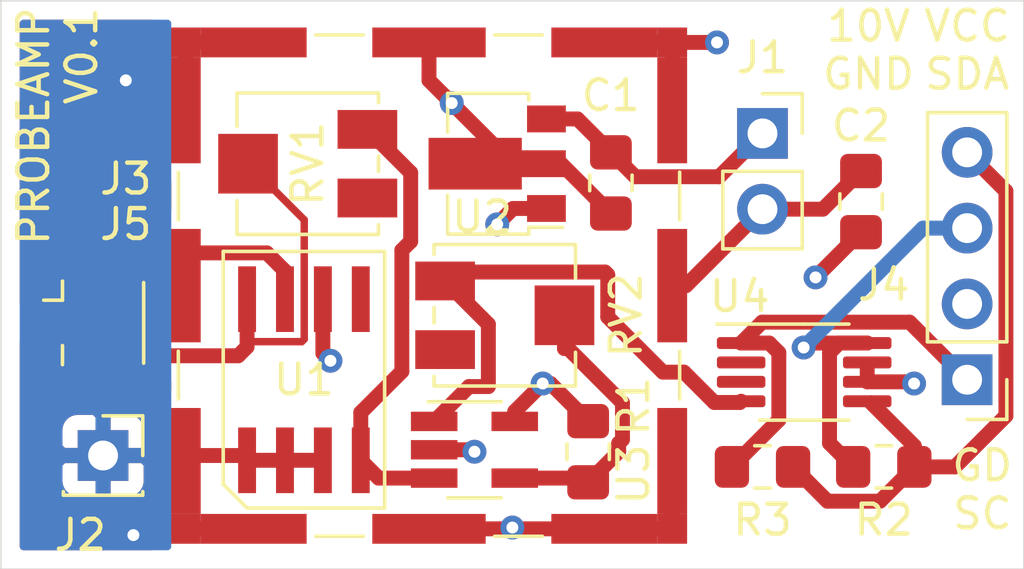
<source format=kicad_pcb>
(kicad_pcb (version 20171130) (host pcbnew "(5.1.6)-1")

  (general
    (thickness 1.6)
    (drawings 8)
    (tracks 145)
    (zones 0)
    (modules 16)
    (nets 15)
  )

  (page A4)
  (layers
    (0 F.Cu signal)
    (1 In1.Cu power hide)
    (2 In2.Cu power hide)
    (31 B.Cu signal)
    (32 B.Adhes user)
    (33 F.Adhes user)
    (34 B.Paste user)
    (35 F.Paste user)
    (36 B.SilkS user)
    (37 F.SilkS user)
    (38 B.Mask user)
    (39 F.Mask user)
    (40 Dwgs.User user)
    (41 Cmts.User user)
    (42 Eco1.User user)
    (43 Eco2.User user)
    (44 Edge.Cuts user)
    (45 Margin user)
    (46 B.CrtYd user)
    (47 F.CrtYd user)
    (48 B.Fab user)
    (49 F.Fab user hide)
  )

  (setup
    (last_trace_width 0.5)
    (user_trace_width 0.5)
    (trace_clearance 0.2)
    (zone_clearance 0.508)
    (zone_45_only no)
    (trace_min 0.2)
    (via_size 0.8)
    (via_drill 0.4)
    (via_min_size 0.4)
    (via_min_drill 0.3)
    (uvia_size 0.3)
    (uvia_drill 0.1)
    (uvias_allowed no)
    (uvia_min_size 0.2)
    (uvia_min_drill 0.1)
    (edge_width 0.05)
    (segment_width 0.2)
    (pcb_text_width 0.3)
    (pcb_text_size 1.5 1.5)
    (mod_edge_width 0.12)
    (mod_text_size 1 1)
    (mod_text_width 0.15)
    (pad_size 1.524 1.524)
    (pad_drill 0.762)
    (pad_to_mask_clearance 0.05)
    (aux_axis_origin 0 0)
    (visible_elements 7FFFFFFF)
    (pcbplotparams
      (layerselection 0x010fc_ffffffff)
      (usegerberextensions false)
      (usegerberattributes true)
      (usegerberadvancedattributes true)
      (creategerberjobfile true)
      (excludeedgelayer true)
      (linewidth 0.100000)
      (plotframeref false)
      (viasonmask false)
      (mode 1)
      (useauxorigin false)
      (hpglpennumber 1)
      (hpglpenspeed 20)
      (hpglpendiameter 15.000000)
      (psnegative false)
      (psa4output false)
      (plotreference true)
      (plotvalue true)
      (plotinvisibletext false)
      (padsonsilk false)
      (subtractmaskfromsilk false)
      (outputformat 1)
      (mirror false)
      (drillshape 0)
      (scaleselection 1)
      (outputdirectory "gerbers/"))
  )

  (net 0 "")
  (net 1 GND)
  (net 2 "Net-(C1-Pad1)")
  (net 3 +5V)
  (net 4 "Net-(J3-Pad1)")
  (net 5 "Net-(J4-Pad3)")
  (net 6 "Net-(J4-Pad1)")
  (net 7 "Net-(R1-Pad2)")
  (net 8 "Net-(RV1-Pad3)")
  (net 9 "Net-(RV1-Pad1)")
  (net 10 "Net-(RV2-Pad3)")
  (net 11 "Net-(RV2-Pad1)")
  (net 12 "Net-(U4-Pad2)")
  (net 13 VCC)
  (net 14 "Net-(U4-Pad3)")

  (net_class Default "This is the default net class."
    (clearance 0.2)
    (trace_width 0.25)
    (via_dia 0.8)
    (via_drill 0.4)
    (uvia_dia 0.3)
    (uvia_drill 0.1)
    (add_net +5V)
    (add_net GND)
    (add_net "Net-(C1-Pad1)")
    (add_net "Net-(J3-Pad1)")
    (add_net "Net-(J4-Pad1)")
    (add_net "Net-(J4-Pad3)")
    (add_net "Net-(R1-Pad2)")
    (add_net "Net-(RV1-Pad1)")
    (add_net "Net-(RV1-Pad3)")
    (add_net "Net-(RV2-Pad1)")
    (add_net "Net-(RV2-Pad3)")
    (add_net "Net-(U4-Pad2)")
    (add_net "Net-(U4-Pad3)")
    (add_net VCC)
  )

  (module RF_Shielding:Laird_Technologies_BMI-S-202-F_16.50x16.50mm (layer F.Cu) (tedit 5B85E4BD) (tstamp 5F6FC2B8)
    (at 89.916 101.622)
    (descr "Laird Technologies BMI-S-202-F Shielding Cabinet Two Piece SMD 16.50x16.50mm (https://assets.lairdtech.com/home/brandworld/files/Board%20Level%20Shields%20Catalog%20Download.pdf)")
    (tags "Shielding Cabinet")
    (path /5F7919D7)
    (attr smd)
    (fp_text reference J5 (at -10.16 -2.054) (layer F.SilkS)
      (effects (font (size 1 1) (thickness 0.15)))
    )
    (fp_text value RF_Shield_One_Piece (at 0 9.65) (layer F.Fab)
      (effects (font (size 1 1) (thickness 0.15)))
    )
    (fp_line (start 7.4 7.4) (end -7.4 7.4) (layer F.CrtYd) (width 0.05))
    (fp_line (start 7.4 -7.4) (end 7.4 7.4) (layer F.CrtYd) (width 0.05))
    (fp_line (start 8.4 2.2) (end 8.4 3.8) (layer F.SilkS) (width 0.12))
    (fp_line (start -8.4 2.2) (end -8.4 3.8) (layer F.SilkS) (width 0.12))
    (fp_line (start 8.4 -3.8) (end 8.4 -2.2) (layer F.SilkS) (width 0.12))
    (fp_line (start -8.4 -3.8) (end -8.4 -2.2) (layer F.SilkS) (width 0.12))
    (fp_line (start 2.2 8.4) (end 3.8 8.4) (layer F.SilkS) (width 0.12))
    (fp_line (start 2.2 -8.4) (end 3.8 -8.4) (layer F.SilkS) (width 0.12))
    (fp_line (start -3.8 8.4) (end -2.2 8.4) (layer F.SilkS) (width 0.12))
    (fp_line (start -3.8 -8.4) (end -2.2 -8.4) (layer F.SilkS) (width 0.12))
    (fp_line (start 8.25 -8.25) (end -8.25 -8.25) (layer F.Fab) (width 0.1))
    (fp_line (start 8.25 8.25) (end 8.25 -8.25) (layer F.Fab) (width 0.1))
    (fp_line (start -8.25 8.25) (end 8.25 8.25) (layer F.Fab) (width 0.1))
    (fp_line (start -8.25 -8.25) (end -8.25 8.25) (layer F.Fab) (width 0.1))
    (fp_line (start 8.9 -8.9) (end -8.9 -8.9) (layer F.CrtYd) (width 0.05))
    (fp_line (start 8.9 8.9) (end 8.9 -8.9) (layer F.CrtYd) (width 0.05))
    (fp_line (start -8.9 8.9) (end 8.9 8.9) (layer F.CrtYd) (width 0.05))
    (fp_line (start -8.9 -8.9) (end -8.9 8.9) (layer F.CrtYd) (width 0.05))
    (fp_line (start 7.4 -7.4) (end -7.4 -7.4) (layer F.CrtYd) (width 0.05))
    (fp_line (start -7.4 -7.4) (end -7.4 7.4) (layer F.CrtYd) (width 0.05))
    (fp_text user %R (at 0 0) (layer F.Fab)
      (effects (font (size 1 1) (thickness 0.15)))
    )
    (pad 1 smd rect (at 8.15 5.875) (size 1 3.55) (layers F.Cu F.Paste F.Mask)
      (net 1 GND))
    (pad 1 smd rect (at -8.15 5.875) (size 1 3.55) (layers F.Cu F.Paste F.Mask)
      (net 1 GND))
    (pad 1 smd rect (at 8.15 0) (size 1 3.8) (layers F.Cu F.Paste F.Mask)
      (net 1 GND))
    (pad 1 smd rect (at -8.15 0) (size 1 3.8) (layers F.Cu F.Paste F.Mask)
      (net 1 GND))
    (pad 1 smd rect (at 8.15 -5.875) (size 1 3.55) (layers F.Cu F.Paste F.Mask)
      (net 1 GND))
    (pad 1 smd rect (at -8.15 -5.875) (size 1 3.55) (layers F.Cu F.Paste F.Mask)
      (net 1 GND))
    (pad 1 smd rect (at 5.875 8.15) (size 3.55 1) (layers F.Cu F.Paste F.Mask)
      (net 1 GND))
    (pad 1 smd rect (at 5.875 -8.15) (size 3.55 1) (layers F.Cu F.Paste F.Mask)
      (net 1 GND))
    (pad 1 smd rect (at 0 8.15) (size 3.8 1) (layers F.Cu F.Paste F.Mask)
      (net 1 GND))
    (pad 1 smd rect (at 0 -8.15) (size 3.8 1) (layers F.Cu F.Paste F.Mask)
      (net 1 GND))
    (pad 1 smd rect (at -5.875 8.15) (size 3.55 1) (layers F.Cu F.Paste F.Mask)
      (net 1 GND))
    (pad 1 smd rect (at -5.875 -8.15) (size 3.55 1) (layers F.Cu F.Paste F.Mask)
      (net 1 GND))
    (pad 1 smd rect (at -8.15 8.15) (size 1 1) (layers F.Cu F.Paste F.Mask)
      (net 1 GND))
    (pad 1 smd rect (at 8.15 8.15) (size 1 1) (layers F.Cu F.Paste F.Mask)
      (net 1 GND))
    (pad 1 smd rect (at 8.15 -8.15) (size 1 1) (layers F.Cu F.Paste F.Mask)
      (net 1 GND))
    (pad 1 smd rect (at -8.15 -8.15) (size 1 1) (layers F.Cu F.Paste F.Mask)
      (net 1 GND))
    (model ${KISYS3DMOD}/RF_Shielding.3dshapes/Laird_Technologies_BMI-S-202-F_16.50x16.50mm.wrl
      (at (xyz 0 0 0))
      (scale (xyz 1 1 1))
      (rotate (xyz 0 0 0))
    )
  )

  (module Package_TO_SOT_SMD:SOT-23-5_HandSoldering (layer F.Cu) (tedit 5A0AB76C) (tstamp 5F6F8CC3)
    (at 91.44 107.122)
    (descr "5-pin SOT23 package")
    (tags "SOT-23-5 hand-soldering")
    (path /5F747357)
    (attr smd)
    (fp_text reference U3 (at 5.334 0.828 90) (layer F.SilkS)
      (effects (font (size 1 1) (thickness 0.15)))
    )
    (fp_text value MCP6001 (at 0 2.9) (layer F.Fab)
      (effects (font (size 1 1) (thickness 0.15)))
    )
    (fp_line (start 2.38 1.8) (end -2.38 1.8) (layer F.CrtYd) (width 0.05))
    (fp_line (start 2.38 1.8) (end 2.38 -1.8) (layer F.CrtYd) (width 0.05))
    (fp_line (start -2.38 -1.8) (end -2.38 1.8) (layer F.CrtYd) (width 0.05))
    (fp_line (start -2.38 -1.8) (end 2.38 -1.8) (layer F.CrtYd) (width 0.05))
    (fp_line (start 0.9 -1.55) (end 0.9 1.55) (layer F.Fab) (width 0.1))
    (fp_line (start 0.9 1.55) (end -0.9 1.55) (layer F.Fab) (width 0.1))
    (fp_line (start -0.9 -0.9) (end -0.9 1.55) (layer F.Fab) (width 0.1))
    (fp_line (start 0.9 -1.55) (end -0.25 -1.55) (layer F.Fab) (width 0.1))
    (fp_line (start -0.9 -0.9) (end -0.25 -1.55) (layer F.Fab) (width 0.1))
    (fp_line (start 0.9 -1.61) (end -1.55 -1.61) (layer F.SilkS) (width 0.12))
    (fp_line (start -0.9 1.61) (end 0.9 1.61) (layer F.SilkS) (width 0.12))
    (fp_text user %R (at 0 0 90) (layer F.Fab)
      (effects (font (size 0.5 0.5) (thickness 0.075)))
    )
    (pad 5 smd rect (at 1.35 -0.95) (size 1.56 0.65) (layers F.Cu F.Paste F.Mask)
      (net 1 GND))
    (pad 4 smd rect (at 1.35 0.95) (size 1.56 0.65) (layers F.Cu F.Paste F.Mask)
      (net 7 "Net-(R1-Pad2)"))
    (pad 3 smd rect (at -1.35 0.95) (size 1.56 0.65) (layers F.Cu F.Paste F.Mask)
      (net 8 "Net-(RV1-Pad3)"))
    (pad 2 smd rect (at -1.35 0) (size 1.56 0.65) (layers F.Cu F.Paste F.Mask)
      (net 3 +5V))
    (pad 1 smd rect (at -1.35 -0.95) (size 1.56 0.65) (layers F.Cu F.Paste F.Mask)
      (net 11 "Net-(RV2-Pad1)"))
    (model ${KISYS3DMOD}/Package_TO_SOT_SMD.3dshapes/SOT-23-5.wrl
      (at (xyz 0 0 0))
      (scale (xyz 1 1 1))
      (rotate (xyz 0 0 0))
    )
  )

  (module Potentiometer_SMD:Potentiometer_Bourns_3314J_Vertical (layer F.Cu) (tedit 5A81E1D7) (tstamp 5F6F8C81)
    (at 92.456 102.616 90)
    (descr "Potentiometer, vertical, Bourns 3314J, http://www.bourns.com/docs/Product-Datasheets/3314.pdf")
    (tags "Potentiometer vertical Bourns 3314J")
    (path /5F8381F6)
    (attr smd)
    (fp_text reference RV2 (at 0 4.064 90) (layer F.SilkS)
      (effects (font (size 1 1) (thickness 0.15)))
    )
    (fp_text value 100k (at 0 4.25 90) (layer F.Fab)
      (effects (font (size 1 1) (thickness 0.15)))
    )
    (fp_line (start 2.5 -3.25) (end -2.5 -3.25) (layer F.CrtYd) (width 0.05))
    (fp_line (start 2.5 3.25) (end 2.5 -3.25) (layer F.CrtYd) (width 0.05))
    (fp_line (start -2.5 3.25) (end 2.5 3.25) (layer F.CrtYd) (width 0.05))
    (fp_line (start -2.5 -3.25) (end -2.5 3.25) (layer F.CrtYd) (width 0.05))
    (fp_line (start 2.37 -2.37) (end 2.37 2.37) (layer F.SilkS) (width 0.12))
    (fp_line (start -2.37 -2.37) (end -2.37 2.37) (layer F.SilkS) (width 0.12))
    (fp_line (start 1.24 2.37) (end 2.37 2.37) (layer F.SilkS) (width 0.12))
    (fp_line (start -2.37 2.37) (end -1.24 2.37) (layer F.SilkS) (width 0.12))
    (fp_line (start -0.259 -2.37) (end 0.26 -2.37) (layer F.SilkS) (width 0.12))
    (fp_line (start -2.37 -2.37) (end -2.039 -2.37) (layer F.SilkS) (width 0.12))
    (fp_line (start 2.04 -2.37) (end 2.37 -2.37) (layer F.SilkS) (width 0.12))
    (fp_line (start 0 0.99) (end 0.001 -0.989) (layer F.Fab) (width 0.1))
    (fp_line (start 0 0.99) (end 0.001 -0.989) (layer F.Fab) (width 0.1))
    (fp_line (start 2.25 -2.25) (end -2.25 -2.25) (layer F.Fab) (width 0.1))
    (fp_line (start 2.25 2.25) (end 2.25 -2.25) (layer F.Fab) (width 0.1))
    (fp_line (start -2.25 2.25) (end 2.25 2.25) (layer F.Fab) (width 0.1))
    (fp_line (start -2.25 -2.25) (end -2.25 2.25) (layer F.Fab) (width 0.1))
    (fp_circle (center 0 0) (end 1 0) (layer F.Fab) (width 0.1))
    (fp_text user %R (at 0 -1.7 90) (layer F.Fab)
      (effects (font (size 0.63 0.63) (thickness 0.15)))
    )
    (pad 3 smd rect (at -1.15 -2 90) (size 1.3 2) (layers F.Cu F.Paste F.Mask)
      (net 10 "Net-(RV2-Pad3)"))
    (pad 2 smd rect (at 0 2 90) (size 2 2) (layers F.Cu F.Paste F.Mask)
      (net 7 "Net-(R1-Pad2)"))
    (pad 1 smd rect (at 1.15 -2 90) (size 1.3 2) (layers F.Cu F.Paste F.Mask)
      (net 11 "Net-(RV2-Pad1)"))
    (model ${KISYS3DMOD}/Potentiometer_SMD.3dshapes/Potentiometer_Bourns_3314J_Vertical.wrl
      (at (xyz 0 0 0))
      (scale (xyz 1 1 1))
      (rotate (xyz 0 0 0))
    )
  )

  (module Resistor_SMD:R_0805_2012Metric_Pad1.15x1.40mm_HandSolder (layer F.Cu) (tedit 5B36C52B) (tstamp 5F6FA28E)
    (at 101.092 107.696 180)
    (descr "Resistor SMD 0805 (2012 Metric), square (rectangular) end terminal, IPC_7351 nominal with elongated pad for handsoldering. (Body size source: https://docs.google.com/spreadsheets/d/1BsfQQcO9C6DZCsRaXUlFlo91Tg2WpOkGARC1WS5S8t0/edit?usp=sharing), generated with kicad-footprint-generator")
    (tags "resistor handsolder")
    (path /5F774B02)
    (attr smd)
    (fp_text reference R3 (at 0 -1.778) (layer F.SilkS)
      (effects (font (size 1 1) (thickness 0.15)))
    )
    (fp_text value 10k (at 0 1.65) (layer F.Fab)
      (effects (font (size 1 1) (thickness 0.15)))
    )
    (fp_line (start 1.85 0.95) (end -1.85 0.95) (layer F.CrtYd) (width 0.05))
    (fp_line (start 1.85 -0.95) (end 1.85 0.95) (layer F.CrtYd) (width 0.05))
    (fp_line (start -1.85 -0.95) (end 1.85 -0.95) (layer F.CrtYd) (width 0.05))
    (fp_line (start -1.85 0.95) (end -1.85 -0.95) (layer F.CrtYd) (width 0.05))
    (fp_line (start -0.261252 0.71) (end 0.261252 0.71) (layer F.SilkS) (width 0.12))
    (fp_line (start -0.261252 -0.71) (end 0.261252 -0.71) (layer F.SilkS) (width 0.12))
    (fp_line (start 1 0.6) (end -1 0.6) (layer F.Fab) (width 0.1))
    (fp_line (start 1 -0.6) (end 1 0.6) (layer F.Fab) (width 0.1))
    (fp_line (start -1 -0.6) (end 1 -0.6) (layer F.Fab) (width 0.1))
    (fp_line (start -1 0.6) (end -1 -0.6) (layer F.Fab) (width 0.1))
    (fp_text user %R (at 0 0) (layer F.Fab)
      (effects (font (size 0.5 0.5) (thickness 0.08)))
    )
    (pad 2 smd roundrect (at 1.025 0 180) (size 1.15 1.4) (layers F.Cu F.Paste F.Mask) (roundrect_rratio 0.217391)
      (net 6 "Net-(J4-Pad1)"))
    (pad 1 smd roundrect (at -1.025 0 180) (size 1.15 1.4) (layers F.Cu F.Paste F.Mask) (roundrect_rratio 0.217391)
      (net 13 VCC))
    (model ${KISYS3DMOD}/Resistor_SMD.3dshapes/R_0805_2012Metric.wrl
      (at (xyz 0 0 0))
      (scale (xyz 1 1 1))
      (rotate (xyz 0 0 0))
    )
  )

  (module Resistor_SMD:R_0805_2012Metric_Pad1.15x1.40mm_HandSolder (layer F.Cu) (tedit 5B36C52B) (tstamp 5F6FA27D)
    (at 105.156 107.696 180)
    (descr "Resistor SMD 0805 (2012 Metric), square (rectangular) end terminal, IPC_7351 nominal with elongated pad for handsoldering. (Body size source: https://docs.google.com/spreadsheets/d/1BsfQQcO9C6DZCsRaXUlFlo91Tg2WpOkGARC1WS5S8t0/edit?usp=sharing), generated with kicad-footprint-generator")
    (tags "resistor handsolder")
    (path /5F774FBA)
    (attr smd)
    (fp_text reference R2 (at 0 -1.778) (layer F.SilkS)
      (effects (font (size 1 1) (thickness 0.15)))
    )
    (fp_text value 10k (at 0 1.65) (layer F.Fab)
      (effects (font (size 1 1) (thickness 0.15)))
    )
    (fp_line (start 1.85 0.95) (end -1.85 0.95) (layer F.CrtYd) (width 0.05))
    (fp_line (start 1.85 -0.95) (end 1.85 0.95) (layer F.CrtYd) (width 0.05))
    (fp_line (start -1.85 -0.95) (end 1.85 -0.95) (layer F.CrtYd) (width 0.05))
    (fp_line (start -1.85 0.95) (end -1.85 -0.95) (layer F.CrtYd) (width 0.05))
    (fp_line (start -0.261252 0.71) (end 0.261252 0.71) (layer F.SilkS) (width 0.12))
    (fp_line (start -0.261252 -0.71) (end 0.261252 -0.71) (layer F.SilkS) (width 0.12))
    (fp_line (start 1 0.6) (end -1 0.6) (layer F.Fab) (width 0.1))
    (fp_line (start 1 -0.6) (end 1 0.6) (layer F.Fab) (width 0.1))
    (fp_line (start -1 -0.6) (end 1 -0.6) (layer F.Fab) (width 0.1))
    (fp_line (start -1 0.6) (end -1 -0.6) (layer F.Fab) (width 0.1))
    (fp_text user %R (at 0 0) (layer F.Fab)
      (effects (font (size 0.5 0.5) (thickness 0.08)))
    )
    (pad 2 smd roundrect (at 1.025 0 180) (size 1.15 1.4) (layers F.Cu F.Paste F.Mask) (roundrect_rratio 0.217391)
      (net 5 "Net-(J4-Pad3)"))
    (pad 1 smd roundrect (at -1.025 0 180) (size 1.15 1.4) (layers F.Cu F.Paste F.Mask) (roundrect_rratio 0.217391)
      (net 13 VCC))
    (model ${KISYS3DMOD}/Resistor_SMD.3dshapes/R_0805_2012Metric.wrl
      (at (xyz 0 0 0))
      (scale (xyz 1 1 1))
      (rotate (xyz 0 0 0))
    )
  )

  (module Package_SO:MSOP-8_3x3mm_P0.65mm (layer F.Cu) (tedit 5E509FDD) (tstamp 5F6F8CDD)
    (at 102.489 104.521)
    (descr "MSOP, 8 Pin (https://www.jedec.org/system/files/docs/mo-187F.pdf variant AA), generated with kicad-footprint-generator ipc_gullwing_generator.py")
    (tags "MSOP SO")
    (path /5F751E77)
    (attr smd)
    (fp_text reference U4 (at -2.159 -2.54) (layer F.SilkS)
      (effects (font (size 1 1) (thickness 0.15)))
    )
    (fp_text value ADC121C021CIMM (at 0 2.45) (layer F.Fab)
      (effects (font (size 1 1) (thickness 0.15)))
    )
    (fp_line (start 3.18 -1.75) (end -3.18 -1.75) (layer F.CrtYd) (width 0.05))
    (fp_line (start 3.18 1.75) (end 3.18 -1.75) (layer F.CrtYd) (width 0.05))
    (fp_line (start -3.18 1.75) (end 3.18 1.75) (layer F.CrtYd) (width 0.05))
    (fp_line (start -3.18 -1.75) (end -3.18 1.75) (layer F.CrtYd) (width 0.05))
    (fp_line (start -1.5 -0.75) (end -0.75 -1.5) (layer F.Fab) (width 0.1))
    (fp_line (start -1.5 1.5) (end -1.5 -0.75) (layer F.Fab) (width 0.1))
    (fp_line (start 1.5 1.5) (end -1.5 1.5) (layer F.Fab) (width 0.1))
    (fp_line (start 1.5 -1.5) (end 1.5 1.5) (layer F.Fab) (width 0.1))
    (fp_line (start -0.75 -1.5) (end 1.5 -1.5) (layer F.Fab) (width 0.1))
    (fp_line (start 0 -1.61) (end -2.925 -1.61) (layer F.SilkS) (width 0.12))
    (fp_line (start 0 -1.61) (end 1.5 -1.61) (layer F.SilkS) (width 0.12))
    (fp_line (start 0 1.61) (end -1.5 1.61) (layer F.SilkS) (width 0.12))
    (fp_line (start 0 1.61) (end 1.5 1.61) (layer F.SilkS) (width 0.12))
    (fp_text user %R (at 0 0) (layer F.Fab)
      (effects (font (size 0.75 0.75) (thickness 0.11)))
    )
    (pad 8 smd roundrect (at 2.1125 -0.975) (size 1.625 0.4) (layers F.Cu F.Paste F.Mask) (roundrect_rratio 0.25)
      (net 5 "Net-(J4-Pad3)"))
    (pad 7 smd roundrect (at 2.1125 -0.325) (size 1.625 0.4) (layers F.Cu F.Paste F.Mask) (roundrect_rratio 0.25)
      (net 1 GND))
    (pad 6 smd roundrect (at 2.1125 0.325) (size 1.625 0.4) (layers F.Cu F.Paste F.Mask) (roundrect_rratio 0.25)
      (net 1 GND))
    (pad 5 smd roundrect (at 2.1125 0.975) (size 1.625 0.4) (layers F.Cu F.Paste F.Mask) (roundrect_rratio 0.25)
      (net 13 VCC))
    (pad 4 smd roundrect (at -2.1125 0.975) (size 1.625 0.4) (layers F.Cu F.Paste F.Mask) (roundrect_rratio 0.25)
      (net 11 "Net-(RV2-Pad1)"))
    (pad 3 smd roundrect (at -2.1125 0.325) (size 1.625 0.4) (layers F.Cu F.Paste F.Mask) (roundrect_rratio 0.25)
      (net 14 "Net-(U4-Pad3)"))
    (pad 2 smd roundrect (at -2.1125 -0.325) (size 1.625 0.4) (layers F.Cu F.Paste F.Mask) (roundrect_rratio 0.25)
      (net 12 "Net-(U4-Pad2)"))
    (pad 1 smd roundrect (at -2.1125 -0.975) (size 1.625 0.4) (layers F.Cu F.Paste F.Mask) (roundrect_rratio 0.25)
      (net 6 "Net-(J4-Pad1)"))
    (model ${KISYS3DMOD}/Package_SO.3dshapes/MSOP-8_3x3mm_P0.65mm.wrl
      (at (xyz 0 0 0))
      (scale (xyz 1 1 1))
      (rotate (xyz 0 0 0))
    )
  )

  (module Package_TO_SOT_SMD:SOT-89-3 (layer F.Cu) (tedit 5C33D6E8) (tstamp 5F6F8CAE)
    (at 92.202 97.536 180)
    (descr "SOT-89-3, http://ww1.microchip.com/downloads/en/DeviceDoc/3L_SOT-89_MB_C04-029C.pdf")
    (tags SOT-89-3)
    (path /5F827287)
    (attr smd)
    (fp_text reference U2 (at 0.508 -1.778) (layer F.SilkS)
      (effects (font (size 1 1) (thickness 0.15)))
    )
    (fp_text value MCP1804x-5002xMB (at 0.3 3.5) (layer F.Fab)
      (effects (font (size 1 1) (thickness 0.15)))
    )
    (fp_line (start -1.06 2.36) (end -1.06 2.13) (layer F.SilkS) (width 0.12))
    (fp_line (start -1.06 -2.36) (end -1.06 -2.13) (layer F.SilkS) (width 0.12))
    (fp_line (start -1.06 -2.36) (end 1.66 -2.36) (layer F.SilkS) (width 0.12))
    (fp_line (start -2.55 2.5) (end -2.55 -2.5) (layer F.CrtYd) (width 0.05))
    (fp_line (start -2.55 2.5) (end 2.55 2.5) (layer F.CrtYd) (width 0.05))
    (fp_line (start 2.55 -2.5) (end -2.55 -2.5) (layer F.CrtYd) (width 0.05))
    (fp_line (start 2.55 -2.5) (end 2.55 2.5) (layer F.CrtYd) (width 0.05))
    (fp_line (start 0.05 -2.25) (end 1.55 -2.25) (layer F.Fab) (width 0.1))
    (fp_line (start -0.95 2.25) (end -0.95 -1.25) (layer F.Fab) (width 0.1))
    (fp_line (start 1.55 2.25) (end -0.95 2.25) (layer F.Fab) (width 0.1))
    (fp_line (start 1.55 -2.25) (end 1.55 2.25) (layer F.Fab) (width 0.1))
    (fp_line (start -0.95 -1.25) (end 0.05 -2.25) (layer F.Fab) (width 0.1))
    (fp_line (start 1.66 -2.36) (end 1.66 -1.05) (layer F.SilkS) (width 0.12))
    (fp_line (start -2.2 -2.13) (end -1.06 -2.13) (layer F.SilkS) (width 0.12))
    (fp_line (start 1.66 2.36) (end -1.06 2.36) (layer F.SilkS) (width 0.12))
    (fp_line (start 1.66 1.05) (end 1.66 2.36) (layer F.SilkS) (width 0.12))
    (fp_text user %R (at 0.5 0 90) (layer F.Fab)
      (effects (font (size 1 1) (thickness 0.15)))
    )
    (pad 2 smd custom (at -1.5625 0 180) (size 1.475 0.9) (layers F.Cu F.Paste F.Mask)
      (net 1 GND) (zone_connect 2)
      (options (clearance outline) (anchor rect))
      (primitives
        (gr_poly (pts
           (xy 0.7375 -0.8665) (xy 3.8625 -0.8665) (xy 3.8625 0.8665) (xy 0.7375 0.8665)) (width 0))
      ))
    (pad 3 smd rect (at -1.65 1.5 180) (size 1.3 0.9) (layers F.Cu F.Paste F.Mask)
      (net 2 "Net-(C1-Pad1)"))
    (pad 1 smd rect (at -1.65 -1.5 180) (size 1.3 0.9) (layers F.Cu F.Paste F.Mask)
      (net 3 +5V))
    (model ${KISYS3DMOD}/Package_TO_SOT_SMD.3dshapes/SOT-89-3.wrl
      (at (xyz 0 0 0))
      (scale (xyz 1 1 1))
      (rotate (xyz 0 0 0))
    )
  )

  (module amps:lmp7721 (layer F.Cu) (tedit 5F556C28) (tstamp 5F6F8C96)
    (at 85.725 104.775)
    (path /5F81F67D)
    (attr smd)
    (fp_text reference U1 (at 0 0 180) (layer F.SilkS)
      (effects (font (size 1 1) (thickness 0.15)))
    )
    (fp_text value lmp7721 (at -0.03 5.57) (layer F.Fab)
      (effects (font (size 1 1) (thickness 0.15)))
    )
    (fp_line (start -2.46 4.05) (end -2.46 -4.05) (layer F.CrtYd) (width 0.05))
    (fp_line (start 2.46 4.05) (end -2.46 4.05) (layer F.CrtYd) (width 0.05))
    (fp_line (start 2.46 -4.05) (end 2.46 4.05) (layer F.CrtYd) (width 0.05))
    (fp_line (start -2.46 -4.05) (end 2.46 -4.05) (layer F.CrtYd) (width 0.05))
    (fp_line (start 2.705 4.3) (end -1.905 4.3) (layer F.SilkS) (width 0.12))
    (fp_line (start 2.705 -4.3) (end 2.705 4.3) (layer F.SilkS) (width 0.12))
    (fp_line (start -2.705 -4.3) (end 2.705 -4.3) (layer F.SilkS) (width 0.12))
    (fp_line (start -2.705 3.5) (end -2.705 -4.3) (layer F.SilkS) (width 0.12))
    (fp_line (start -1.905 4.3) (end -2.705 3.5) (layer F.SilkS) (width 0.12))
    (pad 4 smd rect (at 1.905 2.7) (size 0.6 2.2) (layers F.Cu F.Paste F.Mask)
      (net 8 "Net-(RV1-Pad3)"))
    (pad 5 smd rect (at 1.905 -2.7) (size 0.6 2.2) (layers F.Cu F.Paste F.Mask))
    (pad 3 smd rect (at 0.635 2.7) (size 0.6 2.2) (layers F.Cu F.Paste F.Mask)
      (net 1 GND))
    (pad 6 smd rect (at 0.635 -2.7) (size 0.6 2.2) (layers F.Cu F.Paste F.Mask)
      (net 3 +5V))
    (pad 2 smd rect (at -0.635 2.7) (size 0.6 2.2) (layers F.Cu F.Paste F.Mask)
      (net 1 GND))
    (pad 7 smd rect (at -0.635 -2.7) (size 0.6 2.2) (layers F.Cu F.Paste F.Mask)
      (net 1 GND))
    (pad 1 smd rect (at -1.905 2.7) (size 0.6 2.2) (layers F.Cu F.Paste F.Mask)
      (net 1 GND))
    (pad 8 smd rect (at -1.905 -2.7) (size 0.6 2.2) (layers F.Cu F.Paste F.Mask)
      (net 4 "Net-(J3-Pad1)"))
  )

  (module Potentiometer_SMD:Potentiometer_Bourns_3314J_Vertical (layer F.Cu) (tedit 5A81E1D7) (tstamp 5F6F8C67)
    (at 85.852 97.536 270)
    (descr "Potentiometer, vertical, Bourns 3314J, http://www.bourns.com/docs/Product-Datasheets/3314.pdf")
    (tags "Potentiometer vertical Bourns 3314J")
    (path /5F82ECD0)
    (attr smd)
    (fp_text reference RV1 (at 0 0 270) (layer F.SilkS)
      (effects (font (size 1 1) (thickness 0.15)))
    )
    (fp_text value 1M (at 0 4.25 90) (layer F.Fab)
      (effects (font (size 1 1) (thickness 0.15)))
    )
    (fp_line (start 2.5 -3.25) (end -2.5 -3.25) (layer F.CrtYd) (width 0.05))
    (fp_line (start 2.5 3.25) (end 2.5 -3.25) (layer F.CrtYd) (width 0.05))
    (fp_line (start -2.5 3.25) (end 2.5 3.25) (layer F.CrtYd) (width 0.05))
    (fp_line (start -2.5 -3.25) (end -2.5 3.25) (layer F.CrtYd) (width 0.05))
    (fp_line (start 2.37 -2.37) (end 2.37 2.37) (layer F.SilkS) (width 0.12))
    (fp_line (start -2.37 -2.37) (end -2.37 2.37) (layer F.SilkS) (width 0.12))
    (fp_line (start 1.24 2.37) (end 2.37 2.37) (layer F.SilkS) (width 0.12))
    (fp_line (start -2.37 2.37) (end -1.24 2.37) (layer F.SilkS) (width 0.12))
    (fp_line (start -0.259 -2.37) (end 0.26 -2.37) (layer F.SilkS) (width 0.12))
    (fp_line (start -2.37 -2.37) (end -2.039 -2.37) (layer F.SilkS) (width 0.12))
    (fp_line (start 2.04 -2.37) (end 2.37 -2.37) (layer F.SilkS) (width 0.12))
    (fp_line (start 0 0.99) (end 0.001 -0.989) (layer F.Fab) (width 0.1))
    (fp_line (start 0 0.99) (end 0.001 -0.989) (layer F.Fab) (width 0.1))
    (fp_line (start 2.25 -2.25) (end -2.25 -2.25) (layer F.Fab) (width 0.1))
    (fp_line (start 2.25 2.25) (end 2.25 -2.25) (layer F.Fab) (width 0.1))
    (fp_line (start -2.25 2.25) (end 2.25 2.25) (layer F.Fab) (width 0.1))
    (fp_line (start -2.25 -2.25) (end -2.25 2.25) (layer F.Fab) (width 0.1))
    (fp_circle (center 0 0) (end 1 0) (layer F.Fab) (width 0.1))
    (fp_text user %R (at 0 -1.7 90) (layer F.Fab)
      (effects (font (size 0.63 0.63) (thickness 0.15)))
    )
    (pad 3 smd rect (at -1.15 -2 270) (size 1.3 2) (layers F.Cu F.Paste F.Mask)
      (net 8 "Net-(RV1-Pad3)"))
    (pad 2 smd rect (at 0 2 270) (size 2 2) (layers F.Cu F.Paste F.Mask)
      (net 4 "Net-(J3-Pad1)"))
    (pad 1 smd rect (at 1.15 -2 270) (size 1.3 2) (layers F.Cu F.Paste F.Mask)
      (net 9 "Net-(RV1-Pad1)"))
    (model ${KISYS3DMOD}/Potentiometer_SMD.3dshapes/Potentiometer_Bourns_3314J_Vertical.wrl
      (at (xyz 0 0 0))
      (scale (xyz 1 1 1))
      (rotate (xyz 0 0 0))
    )
  )

  (module Resistor_SMD:R_0805_2012Metric_Pad1.15x1.40mm_HandSolder (layer F.Cu) (tedit 5B36C52B) (tstamp 5F6F8C4D)
    (at 95.25 107.188 270)
    (descr "Resistor SMD 0805 (2012 Metric), square (rectangular) end terminal, IPC_7351 nominal with elongated pad for handsoldering. (Body size source: https://docs.google.com/spreadsheets/d/1BsfQQcO9C6DZCsRaXUlFlo91Tg2WpOkGARC1WS5S8t0/edit?usp=sharing), generated with kicad-footprint-generator")
    (tags "resistor handsolder")
    (path /5F83668F)
    (attr smd)
    (fp_text reference R1 (at -1.524 -1.524 90) (layer F.SilkS)
      (effects (font (size 1 1) (thickness 0.15)))
    )
    (fp_text value 1k (at 0 1.65 90) (layer F.Fab)
      (effects (font (size 1 1) (thickness 0.15)))
    )
    (fp_line (start 1.85 0.95) (end -1.85 0.95) (layer F.CrtYd) (width 0.05))
    (fp_line (start 1.85 -0.95) (end 1.85 0.95) (layer F.CrtYd) (width 0.05))
    (fp_line (start -1.85 -0.95) (end 1.85 -0.95) (layer F.CrtYd) (width 0.05))
    (fp_line (start -1.85 0.95) (end -1.85 -0.95) (layer F.CrtYd) (width 0.05))
    (fp_line (start -0.261252 0.71) (end 0.261252 0.71) (layer F.SilkS) (width 0.12))
    (fp_line (start -0.261252 -0.71) (end 0.261252 -0.71) (layer F.SilkS) (width 0.12))
    (fp_line (start 1 0.6) (end -1 0.6) (layer F.Fab) (width 0.1))
    (fp_line (start 1 -0.6) (end 1 0.6) (layer F.Fab) (width 0.1))
    (fp_line (start -1 -0.6) (end 1 -0.6) (layer F.Fab) (width 0.1))
    (fp_line (start -1 0.6) (end -1 -0.6) (layer F.Fab) (width 0.1))
    (fp_text user %R (at 0 0 90) (layer F.Fab)
      (effects (font (size 0.5 0.5) (thickness 0.08)))
    )
    (pad 2 smd roundrect (at 1.025 0 270) (size 1.15 1.4) (layers F.Cu F.Paste F.Mask) (roundrect_rratio 0.217391)
      (net 7 "Net-(R1-Pad2)"))
    (pad 1 smd roundrect (at -1.025 0 270) (size 1.15 1.4) (layers F.Cu F.Paste F.Mask) (roundrect_rratio 0.217391)
      (net 1 GND))
    (model ${KISYS3DMOD}/Resistor_SMD.3dshapes/R_0805_2012Metric.wrl
      (at (xyz 0 0 0))
      (scale (xyz 1 1 1))
      (rotate (xyz 0 0 0))
    )
  )

  (module Connector_PinHeader_2.54mm:PinHeader_1x04_P2.54mm_Vertical (layer F.Cu) (tedit 59FED5CC) (tstamp 5F6F8C3C)
    (at 107.95 104.775 180)
    (descr "Through hole straight pin header, 1x04, 2.54mm pitch, single row")
    (tags "Through hole pin header THT 1x04 2.54mm single row")
    (path /5F7566A8)
    (fp_text reference J4 (at 2.794 3.175) (layer F.SilkS)
      (effects (font (size 1 1) (thickness 0.15)))
    )
    (fp_text value Conn_01x04_Female (at 0 9.95) (layer F.Fab)
      (effects (font (size 1 1) (thickness 0.15)))
    )
    (fp_line (start 1.8 -1.8) (end -1.8 -1.8) (layer F.CrtYd) (width 0.05))
    (fp_line (start 1.8 9.4) (end 1.8 -1.8) (layer F.CrtYd) (width 0.05))
    (fp_line (start -1.8 9.4) (end 1.8 9.4) (layer F.CrtYd) (width 0.05))
    (fp_line (start -1.8 -1.8) (end -1.8 9.4) (layer F.CrtYd) (width 0.05))
    (fp_line (start -1.33 -1.33) (end 0 -1.33) (layer F.SilkS) (width 0.12))
    (fp_line (start -1.33 0) (end -1.33 -1.33) (layer F.SilkS) (width 0.12))
    (fp_line (start -1.33 1.27) (end 1.33 1.27) (layer F.SilkS) (width 0.12))
    (fp_line (start 1.33 1.27) (end 1.33 8.95) (layer F.SilkS) (width 0.12))
    (fp_line (start -1.33 1.27) (end -1.33 8.95) (layer F.SilkS) (width 0.12))
    (fp_line (start -1.33 8.95) (end 1.33 8.95) (layer F.SilkS) (width 0.12))
    (fp_line (start -1.27 -0.635) (end -0.635 -1.27) (layer F.Fab) (width 0.1))
    (fp_line (start -1.27 8.89) (end -1.27 -0.635) (layer F.Fab) (width 0.1))
    (fp_line (start 1.27 8.89) (end -1.27 8.89) (layer F.Fab) (width 0.1))
    (fp_line (start 1.27 -1.27) (end 1.27 8.89) (layer F.Fab) (width 0.1))
    (fp_line (start -0.635 -1.27) (end 1.27 -1.27) (layer F.Fab) (width 0.1))
    (fp_text user %R (at 0 3.81 90) (layer F.Fab)
      (effects (font (size 1 1) (thickness 0.15)))
    )
    (pad 4 thru_hole oval (at 0 7.62 180) (size 1.7 1.7) (drill 1) (layers *.Cu *.Mask)
      (net 13 VCC))
    (pad 3 thru_hole oval (at 0 5.08 180) (size 1.7 1.7) (drill 1) (layers *.Cu *.Mask)
      (net 5 "Net-(J4-Pad3)"))
    (pad 2 thru_hole oval (at 0 2.54 180) (size 1.7 1.7) (drill 1) (layers *.Cu *.Mask)
      (net 1 GND))
    (pad 1 thru_hole rect (at 0 0 180) (size 1.7 1.7) (drill 1) (layers *.Cu *.Mask)
      (net 6 "Net-(J4-Pad1)"))
    (model ${KISYS3DMOD}/Connector_PinHeader_2.54mm.3dshapes/PinHeader_1x04_P2.54mm_Vertical.wrl
      (at (xyz 0 0 0))
      (scale (xyz 1 1 1))
      (rotate (xyz 0 0 0))
    )
  )

  (module Connector_Coaxial:U.FL_Hirose_U.FL-R-SMT-1_Vertical (layer F.Cu) (tedit 5A1DBFC3) (tstamp 5F6F8C24)
    (at 78.519 102.87)
    (descr "Hirose U.FL Coaxial https://www.hirose.com/product/en/products/U.FL/U.FL-R-SMT-1%2810%29/")
    (tags "Hirose U.FL Coaxial")
    (path /5F824E49)
    (attr smd)
    (fp_text reference J3 (at 1.237 -4.826) (layer F.SilkS)
      (effects (font (size 1 1) (thickness 0.15)))
    )
    (fp_text value Conn_Coaxial (at 0.475 3.2) (layer F.Fab)
      (effects (font (size 1 1) (thickness 0.15)))
    )
    (fp_line (start -1.32 -1) (end -2.02 -1) (layer F.CrtYd) (width 0.05))
    (fp_line (start -1.32 1.8) (end -1.32 1) (layer F.CrtYd) (width 0.05))
    (fp_line (start -1.32 -1.8) (end -1.12 -1.8) (layer F.CrtYd) (width 0.05))
    (fp_line (start -1.12 -1.8) (end -1.12 -2.5) (layer F.CrtYd) (width 0.05))
    (fp_line (start 2.08 -2.5) (end -1.12 -2.5) (layer F.CrtYd) (width 0.05))
    (fp_line (start -1.32 -1) (end -1.32 -1.8) (layer F.CrtYd) (width 0.05))
    (fp_line (start 2.08 -1.8) (end 2.08 -2.5) (layer F.CrtYd) (width 0.05))
    (fp_line (start 2.08 -1.8) (end 2.28 -1.8) (layer F.CrtYd) (width 0.05))
    (fp_line (start -0.885 -1.4) (end -0.885 -0.76) (layer F.SilkS) (width 0.12))
    (fp_line (start -0.425 1.5) (end -0.425 1.3) (layer F.Fab) (width 0.1))
    (fp_line (start -0.425 1.3) (end -0.825 1.3) (layer F.Fab) (width 0.1))
    (fp_line (start -0.825 0.3) (end -0.825 1.3) (layer F.Fab) (width 0.1))
    (fp_line (start -1.075 0.3) (end -0.825 0.3) (layer F.Fab) (width 0.1))
    (fp_line (start -1.075 0.3) (end -1.075 -0.15) (layer F.Fab) (width 0.1))
    (fp_line (start -0.925 -0.3) (end -0.825 -0.3) (layer F.Fab) (width 0.1))
    (fp_line (start -0.825 -0.3) (end -0.825 -1.3) (layer F.Fab) (width 0.1))
    (fp_line (start -0.425 -1.5) (end -0.425 -1.3) (layer F.Fab) (width 0.1))
    (fp_line (start -0.425 -1.3) (end -0.825 -1.3) (layer F.Fab) (width 0.1))
    (fp_line (start -0.425 1.5) (end 1.375 1.5) (layer F.Fab) (width 0.1))
    (fp_line (start 1.375 1.5) (end 1.375 1.3) (layer F.Fab) (width 0.1))
    (fp_line (start 1.775 1.3) (end 1.375 1.3) (layer F.Fab) (width 0.1))
    (fp_line (start 1.775 -1.3) (end 1.775 1.3) (layer F.Fab) (width 0.1))
    (fp_line (start -0.425 -1.5) (end 1.375 -1.5) (layer F.Fab) (width 0.1))
    (fp_line (start 1.375 -1.5) (end 1.375 -1.3) (layer F.Fab) (width 0.1))
    (fp_line (start 1.775 -1.3) (end 1.375 -1.3) (layer F.Fab) (width 0.1))
    (fp_line (start -0.925 -0.3) (end -1.075 -0.15) (layer F.Fab) (width 0.1))
    (fp_line (start -0.885 1.4) (end -0.885 0.76) (layer F.SilkS) (width 0.12))
    (fp_line (start -0.885 -0.76) (end -1.515 -0.76) (layer F.SilkS) (width 0.12))
    (fp_line (start 1.835 -1.35) (end 1.835 1.35) (layer F.SilkS) (width 0.12))
    (fp_line (start 2.08 2.5) (end -1.12 2.5) (layer F.CrtYd) (width 0.05))
    (fp_line (start -1.12 2.5) (end -1.12 1.8) (layer F.CrtYd) (width 0.05))
    (fp_line (start -1.32 1.8) (end -1.12 1.8) (layer F.CrtYd) (width 0.05))
    (fp_line (start 2.28 1.8) (end 2.28 -1.8) (layer F.CrtYd) (width 0.05))
    (fp_line (start 2.08 2.5) (end 2.08 1.8) (layer F.CrtYd) (width 0.05))
    (fp_line (start 2.08 1.8) (end 2.28 1.8) (layer F.CrtYd) (width 0.05))
    (fp_line (start -1.32 1) (end -2.02 1) (layer F.CrtYd) (width 0.05))
    (fp_line (start -2.02 1) (end -2.02 -1) (layer F.CrtYd) (width 0.05))
    (fp_text user %R (at 0.475 0 90) (layer F.Fab)
      (effects (font (size 0.6 0.6) (thickness 0.09)))
    )
    (pad 2 smd rect (at 0.475 -1.475) (size 2.2 1.05) (layers F.Cu F.Paste F.Mask)
      (net 1 GND))
    (pad 1 smd rect (at -1.05 0) (size 1.05 1) (layers F.Cu F.Paste F.Mask)
      (net 4 "Net-(J3-Pad1)"))
    (pad 2 smd rect (at 0.475 1.475) (size 2.2 1.05) (layers F.Cu F.Paste F.Mask)
      (net 1 GND))
    (model ${KISYS3DMOD}/Connector_Coaxial.3dshapes/U.FL_Hirose_U.FL-R-SMT-1_Vertical.wrl
      (offset (xyz 0.4749999928262157 0 0))
      (scale (xyz 1 1 1))
      (rotate (xyz 0 0 0))
    )
  )

  (module Connector_PinSocket_2.54mm:PinSocket_1x01_P2.54mm_Vertical (layer F.Cu) (tedit 5A19A434) (tstamp 5F6F8BF7)
    (at 78.994 107.315)
    (descr "Through hole straight socket strip, 1x01, 2.54mm pitch, single row (from Kicad 4.0.7), script generated")
    (tags "Through hole socket strip THT 1x01 2.54mm single row")
    (path /5F8327A6)
    (fp_text reference J2 (at -0.762 2.667) (layer F.SilkS)
      (effects (font (size 1 1) (thickness 0.15)))
    )
    (fp_text value Conn_01x01_Male (at 0 2.77) (layer F.Fab)
      (effects (font (size 1 1) (thickness 0.15)))
    )
    (fp_line (start -1.8 1.75) (end -1.8 -1.8) (layer F.CrtYd) (width 0.05))
    (fp_line (start 1.75 1.75) (end -1.8 1.75) (layer F.CrtYd) (width 0.05))
    (fp_line (start 1.75 -1.8) (end 1.75 1.75) (layer F.CrtYd) (width 0.05))
    (fp_line (start -1.8 -1.8) (end 1.75 -1.8) (layer F.CrtYd) (width 0.05))
    (fp_line (start 0 -1.33) (end 1.33 -1.33) (layer F.SilkS) (width 0.12))
    (fp_line (start 1.33 -1.33) (end 1.33 0) (layer F.SilkS) (width 0.12))
    (fp_line (start 1.33 1.21) (end 1.33 1.33) (layer F.SilkS) (width 0.12))
    (fp_line (start -1.33 1.21) (end -1.33 1.33) (layer F.SilkS) (width 0.12))
    (fp_line (start -1.33 1.33) (end 1.33 1.33) (layer F.SilkS) (width 0.12))
    (fp_line (start -1.27 1.27) (end -1.27 -1.27) (layer F.Fab) (width 0.1))
    (fp_line (start 1.27 1.27) (end -1.27 1.27) (layer F.Fab) (width 0.1))
    (fp_line (start 1.27 -0.635) (end 1.27 1.27) (layer F.Fab) (width 0.1))
    (fp_line (start 0.635 -1.27) (end 1.27 -0.635) (layer F.Fab) (width 0.1))
    (fp_line (start -1.27 -1.27) (end 0.635 -1.27) (layer F.Fab) (width 0.1))
    (fp_text user %R (at 0 0) (layer F.Fab)
      (effects (font (size 1 1) (thickness 0.15)))
    )
    (pad 1 thru_hole rect (at 0 0) (size 1.7 1.7) (drill 1) (layers *.Cu *.Mask)
      (net 1 GND))
    (model ${KISYS3DMOD}/Connector_PinSocket_2.54mm.3dshapes/PinSocket_1x01_P2.54mm_Vertical.wrl
      (at (xyz 0 0 0))
      (scale (xyz 1 1 1))
      (rotate (xyz 0 0 0))
    )
  )

  (module Connector_PinSocket_2.54mm:PinSocket_1x02_P2.54mm_Vertical (layer F.Cu) (tedit 5A19A420) (tstamp 5F6F8BE3)
    (at 101.092 96.52)
    (descr "Through hole straight socket strip, 1x02, 2.54mm pitch, single row (from Kicad 4.0.7), script generated")
    (tags "Through hole socket strip THT 1x02 2.54mm single row")
    (path /5F82C31F)
    (fp_text reference J1 (at 0 -2.54) (layer F.SilkS)
      (effects (font (size 1 1) (thickness 0.15)))
    )
    (fp_text value Conn_01x02_Male (at 0 5.31) (layer F.Fab)
      (effects (font (size 1 1) (thickness 0.15)))
    )
    (fp_line (start -1.8 4.3) (end -1.8 -1.8) (layer F.CrtYd) (width 0.05))
    (fp_line (start 1.75 4.3) (end -1.8 4.3) (layer F.CrtYd) (width 0.05))
    (fp_line (start 1.75 -1.8) (end 1.75 4.3) (layer F.CrtYd) (width 0.05))
    (fp_line (start -1.8 -1.8) (end 1.75 -1.8) (layer F.CrtYd) (width 0.05))
    (fp_line (start 0 -1.33) (end 1.33 -1.33) (layer F.SilkS) (width 0.12))
    (fp_line (start 1.33 -1.33) (end 1.33 0) (layer F.SilkS) (width 0.12))
    (fp_line (start 1.33 1.27) (end 1.33 3.87) (layer F.SilkS) (width 0.12))
    (fp_line (start -1.33 3.87) (end 1.33 3.87) (layer F.SilkS) (width 0.12))
    (fp_line (start -1.33 1.27) (end -1.33 3.87) (layer F.SilkS) (width 0.12))
    (fp_line (start -1.33 1.27) (end 1.33 1.27) (layer F.SilkS) (width 0.12))
    (fp_line (start -1.27 3.81) (end -1.27 -1.27) (layer F.Fab) (width 0.1))
    (fp_line (start 1.27 3.81) (end -1.27 3.81) (layer F.Fab) (width 0.1))
    (fp_line (start 1.27 -0.635) (end 1.27 3.81) (layer F.Fab) (width 0.1))
    (fp_line (start 0.635 -1.27) (end 1.27 -0.635) (layer F.Fab) (width 0.1))
    (fp_line (start -1.27 -1.27) (end 0.635 -1.27) (layer F.Fab) (width 0.1))
    (fp_text user %R (at 0 1.27 90) (layer F.Fab)
      (effects (font (size 1 1) (thickness 0.15)))
    )
    (pad 2 thru_hole oval (at 0 2.54) (size 1.7 1.7) (drill 1) (layers *.Cu *.Mask)
      (net 1 GND))
    (pad 1 thru_hole rect (at 0 0) (size 1.7 1.7) (drill 1) (layers *.Cu *.Mask)
      (net 2 "Net-(C1-Pad1)"))
    (model ${KISYS3DMOD}/Connector_PinSocket_2.54mm.3dshapes/PinSocket_1x02_P2.54mm_Vertical.wrl
      (at (xyz 0 0 0))
      (scale (xyz 1 1 1))
      (rotate (xyz 0 0 0))
    )
  )

  (module Capacitor_SMD:C_0805_2012Metric_Pad1.15x1.40mm_HandSolder (layer F.Cu) (tedit 5B36C52B) (tstamp 5F6F8BCD)
    (at 104.394 98.806 90)
    (descr "Capacitor SMD 0805 (2012 Metric), square (rectangular) end terminal, IPC_7351 nominal with elongated pad for handsoldering. (Body size source: https://docs.google.com/spreadsheets/d/1BsfQQcO9C6DZCsRaXUlFlo91Tg2WpOkGARC1WS5S8t0/edit?usp=sharing), generated with kicad-footprint-generator")
    (tags "capacitor handsolder")
    (path /5F75B067)
    (attr smd)
    (fp_text reference C2 (at 2.54 0) (layer F.SilkS)
      (effects (font (size 1 1) (thickness 0.15)))
    )
    (fp_text value 1uF (at 0 1.65 90) (layer F.Fab)
      (effects (font (size 1 1) (thickness 0.15)))
    )
    (fp_line (start 1.85 0.95) (end -1.85 0.95) (layer F.CrtYd) (width 0.05))
    (fp_line (start 1.85 -0.95) (end 1.85 0.95) (layer F.CrtYd) (width 0.05))
    (fp_line (start -1.85 -0.95) (end 1.85 -0.95) (layer F.CrtYd) (width 0.05))
    (fp_line (start -1.85 0.95) (end -1.85 -0.95) (layer F.CrtYd) (width 0.05))
    (fp_line (start -0.261252 0.71) (end 0.261252 0.71) (layer F.SilkS) (width 0.12))
    (fp_line (start -0.261252 -0.71) (end 0.261252 -0.71) (layer F.SilkS) (width 0.12))
    (fp_line (start 1 0.6) (end -1 0.6) (layer F.Fab) (width 0.1))
    (fp_line (start 1 -0.6) (end 1 0.6) (layer F.Fab) (width 0.1))
    (fp_line (start -1 -0.6) (end 1 -0.6) (layer F.Fab) (width 0.1))
    (fp_line (start -1 0.6) (end -1 -0.6) (layer F.Fab) (width 0.1))
    (fp_text user %R (at 0 0 90) (layer F.Fab)
      (effects (font (size 0.5 0.5) (thickness 0.08)))
    )
    (pad 2 smd roundrect (at 1.025 0 90) (size 1.15 1.4) (layers F.Cu F.Paste F.Mask) (roundrect_rratio 0.217391)
      (net 1 GND))
    (pad 1 smd roundrect (at -1.025 0 90) (size 1.15 1.4) (layers F.Cu F.Paste F.Mask) (roundrect_rratio 0.217391)
      (net 3 +5V))
    (model ${KISYS3DMOD}/Capacitor_SMD.3dshapes/C_0805_2012Metric.wrl
      (at (xyz 0 0 0))
      (scale (xyz 1 1 1))
      (rotate (xyz 0 0 0))
    )
  )

  (module Capacitor_SMD:C_0805_2012Metric_Pad1.15x1.40mm_HandSolder (layer F.Cu) (tedit 5B36C52B) (tstamp 5F6F8BBC)
    (at 96.012 98.18 270)
    (descr "Capacitor SMD 0805 (2012 Metric), square (rectangular) end terminal, IPC_7351 nominal with elongated pad for handsoldering. (Body size source: https://docs.google.com/spreadsheets/d/1BsfQQcO9C6DZCsRaXUlFlo91Tg2WpOkGARC1WS5S8t0/edit?usp=sharing), generated with kicad-footprint-generator")
    (tags "capacitor handsolder")
    (path /5F75BF0D)
    (attr smd)
    (fp_text reference C1 (at -2.93 0 180) (layer F.SilkS)
      (effects (font (size 1 1) (thickness 0.15)))
    )
    (fp_text value 1uF (at 0 1.65 90) (layer F.Fab)
      (effects (font (size 1 1) (thickness 0.15)))
    )
    (fp_line (start 1.85 0.95) (end -1.85 0.95) (layer F.CrtYd) (width 0.05))
    (fp_line (start 1.85 -0.95) (end 1.85 0.95) (layer F.CrtYd) (width 0.05))
    (fp_line (start -1.85 -0.95) (end 1.85 -0.95) (layer F.CrtYd) (width 0.05))
    (fp_line (start -1.85 0.95) (end -1.85 -0.95) (layer F.CrtYd) (width 0.05))
    (fp_line (start -0.261252 0.71) (end 0.261252 0.71) (layer F.SilkS) (width 0.12))
    (fp_line (start -0.261252 -0.71) (end 0.261252 -0.71) (layer F.SilkS) (width 0.12))
    (fp_line (start 1 0.6) (end -1 0.6) (layer F.Fab) (width 0.1))
    (fp_line (start 1 -0.6) (end 1 0.6) (layer F.Fab) (width 0.1))
    (fp_line (start -1 -0.6) (end 1 -0.6) (layer F.Fab) (width 0.1))
    (fp_line (start -1 0.6) (end -1 -0.6) (layer F.Fab) (width 0.1))
    (fp_text user %R (at 0 0 90) (layer F.Fab)
      (effects (font (size 0.5 0.5) (thickness 0.08)))
    )
    (pad 2 smd roundrect (at 1.025 0 270) (size 1.15 1.4) (layers F.Cu F.Paste F.Mask) (roundrect_rratio 0.217391)
      (net 1 GND))
    (pad 1 smd roundrect (at -1.025 0 270) (size 1.15 1.4) (layers F.Cu F.Paste F.Mask) (roundrect_rratio 0.217391)
      (net 2 "Net-(C1-Pad1)"))
    (model ${KISYS3DMOD}/Capacitor_SMD.3dshapes/C_0805_2012Metric.wrl
      (at (xyz 0 0 0))
      (scale (xyz 1 1 1))
      (rotate (xyz 0 0 0))
    )
  )

  (gr_text "10V\nGND" (at 104.648 93.726) (layer F.SilkS)
    (effects (font (size 1 1) (thickness 0.15)))
  )
  (gr_text "PROBEAMP\nV0.1" (at 77.47 92.202 90) (layer F.SilkS)
    (effects (font (size 1 1) (thickness 0.15)) (justify right))
  )
  (gr_text "GD\nSC" (at 108.458 108.458) (layer F.SilkS)
    (effects (font (size 1 1) (thickness 0.15)))
  )
  (gr_text "VCC\nSDA" (at 107.95 93.726) (layer F.SilkS)
    (effects (font (size 1 1) (thickness 0.15)))
  )
  (gr_line (start 109.855 111.125) (end 75.565 111.125) (layer Edge.Cuts) (width 0.05) (tstamp 5F6FCE78))
  (gr_line (start 109.855 92.075) (end 109.855 111.125) (layer Edge.Cuts) (width 0.05))
  (gr_line (start 75.565 92.075) (end 109.855 92.075) (layer Edge.Cuts) (width 0.05))
  (gr_line (start 75.565 111.125) (end 75.565 92.075) (layer Edge.Cuts) (width 0.05))

  (segment (start 79.215 107.155) (end 79.375 107.315) (width 0.5) (layer F.Cu) (net 1))
  (segment (start 83.66 107.315) (end 83.82 107.475) (width 0.5) (layer F.Cu) (net 1))
  (segment (start 79.375 107.315) (end 83.66 107.315) (width 0.5) (layer F.Cu) (net 1))
  (segment (start 83.82 107.475) (end 85.09 107.475) (width 0.5) (layer F.Cu) (net 1))
  (segment (start 85.09 107.475) (end 86.36 107.475) (width 0.5) (layer F.Cu) (net 1))
  (segment (start 104.6015 104.846) (end 104.6015 104.24601) (width 0.5) (layer F.Cu) (net 1))
  (via (at 106.172 104.902) (size 0.8) (drill 0.4) (layers F.Cu B.Cu) (net 1))
  (segment (start 104.6015 104.846) (end 106.116 104.846) (width 0.5) (layer F.Cu) (net 1))
  (segment (start 106.116 104.846) (end 106.172 104.902) (width 0.5) (layer F.Cu) (net 1))
  (segment (start 78.994 106.934) (end 79.375 107.315) (width 0.5) (layer F.Cu) (net 1))
  (segment (start 78.994 104.345) (end 78.994 106.934) (width 0.5) (layer F.Cu) (net 1))
  (segment (start 84.480001 100.524999) (end 85.09 101.134998) (width 0.5) (layer F.Cu) (net 1))
  (segment (start 78.961 101.395) (end 79.831001 100.524999) (width 0.5) (layer F.Cu) (net 1))
  (segment (start 85.09 101.134998) (end 85.09 102.075) (width 0.5) (layer F.Cu) (net 1))
  (segment (start 77.075998 104.345) (end 76.460999 103.730001) (width 0.5) (layer F.Cu) (net 1))
  (segment (start 76.460999 103.730001) (end 76.460999 102.009999) (width 0.5) (layer F.Cu) (net 1))
  (segment (start 78.961 104.345) (end 77.075998 104.345) (width 0.5) (layer F.Cu) (net 1))
  (segment (start 76.460999 102.009999) (end 77.075998 101.395) (width 0.5) (layer F.Cu) (net 1))
  (segment (start 77.075998 101.395) (end 78.961 101.395) (width 0.5) (layer F.Cu) (net 1))
  (via (at 90.678 95.504) (size 0.8) (drill 0.4) (layers F.Cu B.Cu) (net 1))
  (segment (start 93.7645 97.536) (end 92.71 97.536) (width 0.5) (layer F.Cu) (net 1))
  (segment (start 92.71 97.536) (end 90.678 95.504) (width 0.5) (layer F.Cu) (net 1))
  (segment (start 94.343 97.536) (end 96.012 99.205) (width 0.5) (layer F.Cu) (net 1))
  (segment (start 93.7645 97.536) (end 94.343 97.536) (width 0.5) (layer F.Cu) (net 1))
  (segment (start 81.766 109.772) (end 80.22 109.772) (width 0.5) (layer F.Cu) (net 1))
  (via (at 80.01 109.982) (size 0.8) (drill 0.4) (layers F.Cu B.Cu) (net 1))
  (segment (start 80.22 109.772) (end 80.01 109.982) (width 0.5) (layer F.Cu) (net 1))
  (via (at 92.71 109.728) (size 0.8) (drill 0.4) (layers F.Cu B.Cu) (net 1))
  (segment (start 89.916 109.772) (end 92.666 109.772) (width 0.5) (layer F.Cu) (net 1))
  (segment (start 92.666 109.772) (end 92.71 109.728) (width 0.5) (layer F.Cu) (net 1))
  (segment (start 92.754 109.772) (end 92.71 109.728) (width 0.5) (layer F.Cu) (net 1))
  (segment (start 95.791 109.772) (end 92.754 109.772) (width 0.5) (layer F.Cu) (net 1))
  (segment (start 98.53 101.622) (end 101.092 99.06) (width 0.5) (layer F.Cu) (net 1))
  (segment (start 98.066 101.622) (end 98.53 101.622) (width 0.5) (layer F.Cu) (net 1))
  (segment (start 98.066 95.747) (end 98.066 93.472) (width 0.5) (layer F.Cu) (net 1))
  (segment (start 98.066 93.472) (end 95.791 93.472) (width 0.5) (layer F.Cu) (net 1))
  (via (at 99.568 93.472) (size 0.8) (drill 0.4) (layers F.Cu B.Cu) (net 1))
  (segment (start 98.066 93.472) (end 99.568 93.472) (width 0.5) (layer F.Cu) (net 1))
  (segment (start 89.916 94.742) (end 90.678 95.504) (width 0.5) (layer F.Cu) (net 1))
  (segment (start 89.916 93.472) (end 89.916 94.742) (width 0.5) (layer F.Cu) (net 1))
  (segment (start 84.041 93.472) (end 81.766 93.472) (width 0.5) (layer F.Cu) (net 1))
  (segment (start 81.766 93.472) (end 81.766 95.747) (width 0.5) (layer F.Cu) (net 1))
  (segment (start 81.766 93.472) (end 81.026 93.472) (width 0.5) (layer F.Cu) (net 1))
  (via (at 79.756 94.742) (size 0.8) (drill 0.4) (layers F.Cu B.Cu) (net 1))
  (segment (start 81.026 93.472) (end 79.756 94.742) (width 0.5) (layer F.Cu) (net 1))
  (segment (start 81.766 100.562) (end 81.728999 100.524999) (width 0.5) (layer F.Cu) (net 1))
  (segment (start 81.766 101.622) (end 81.766 100.562) (width 0.5) (layer F.Cu) (net 1))
  (segment (start 79.831001 100.524999) (end 81.728999 100.524999) (width 0.5) (layer F.Cu) (net 1))
  (segment (start 81.728999 100.524999) (end 84.480001 100.524999) (width 0.5) (layer F.Cu) (net 1))
  (segment (start 103.115 99.06) (end 104.394 97.781) (width 0.5) (layer F.Cu) (net 1))
  (segment (start 101.092 99.06) (end 103.115 99.06) (width 0.5) (layer F.Cu) (net 1))
  (segment (start 81.766 109.772) (end 84.041 109.772) (width 0.5) (layer F.Cu) (net 1))
  (via (at 93.726 104.902) (size 0.8) (drill 0.4) (layers F.Cu B.Cu) (net 1))
  (segment (start 92.79 106.172) (end 92.79 105.838) (width 0.5) (layer F.Cu) (net 1))
  (segment (start 92.79 105.838) (end 93.726 104.902) (width 0.5) (layer F.Cu) (net 1))
  (segment (start 93.989 104.902) (end 95.25 106.163) (width 0.5) (layer F.Cu) (net 1))
  (segment (start 93.726 104.902) (end 93.989 104.902) (width 0.5) (layer F.Cu) (net 1))
  (segment (start 98.066 107.497) (end 98.066 109.772) (width 0.5) (layer F.Cu) (net 1))
  (segment (start 98.066 109.772) (end 95.791 109.772) (width 0.5) (layer F.Cu) (net 1))
  (segment (start 94.893 96.036) (end 96.012 97.155) (width 0.5) (layer F.Cu) (net 2))
  (segment (start 93.852 96.036) (end 94.893 96.036) (width 0.5) (layer F.Cu) (net 2))
  (segment (start 96.829001 97.972001) (end 99.639999 97.972001) (width 0.5) (layer F.Cu) (net 2))
  (segment (start 99.639999 97.972001) (end 101.092 96.52) (width 0.5) (layer F.Cu) (net 2))
  (segment (start 96.012 97.155) (end 96.829001 97.972001) (width 0.5) (layer F.Cu) (net 2))
  (via (at 86.614 104.14) (size 0.8) (drill 0.4) (layers F.Cu B.Cu) (net 3))
  (segment (start 86.36 102.075) (end 86.36 103.886) (width 0.5) (layer F.Cu) (net 3))
  (segment (start 86.36 103.886) (end 86.614 104.14) (width 0.5) (layer F.Cu) (net 3))
  (via (at 92.202 99.568) (size 0.8) (drill 0.4) (layers F.Cu B.Cu) (net 3))
  (segment (start 93.852 99.036) (end 92.734 99.036) (width 0.5) (layer F.Cu) (net 3))
  (segment (start 92.734 99.036) (end 92.202 99.568) (width 0.5) (layer F.Cu) (net 3))
  (segment (start 104.394 99.831) (end 104.385 99.831) (width 0.5) (layer F.Cu) (net 3))
  (via (at 102.87 101.346) (size 0.8) (drill 0.4) (layers F.Cu B.Cu) (net 3))
  (segment (start 104.385 99.831) (end 102.87 101.346) (width 0.5) (layer F.Cu) (net 3))
  (via (at 91.44 107.188) (size 0.8) (drill 0.4) (layers F.Cu B.Cu) (net 3))
  (segment (start 90.09 107.122) (end 91.374 107.122) (width 0.5) (layer F.Cu) (net 3))
  (segment (start 91.374 107.122) (end 91.44 107.188) (width 0.5) (layer F.Cu) (net 3))
  (segment (start 83.82 102.724998) (end 83.82 102.075) (width 0.5) (layer F.Cu) (net 4))
  (segment (start 85.650001 103.500001) (end 85.734999 103.415003) (width 0.25) (layer F.Cu) (net 4))
  (segment (start 83.82 103.425) (end 83.895001 103.500001) (width 0.25) (layer F.Cu) (net 4))
  (segment (start 83.895001 103.500001) (end 85.650001 103.500001) (width 0.25) (layer F.Cu) (net 4))
  (segment (start 83.82 102.075) (end 83.82 103.425) (width 0.25) (layer F.Cu) (net 4))
  (segment (start 85.734999 99.418999) (end 85.734999 103.415003) (width 0.25) (layer F.Cu) (net 4))
  (segment (start 83.852 97.536) (end 85.734999 99.418999) (width 0.25) (layer F.Cu) (net 4))
  (segment (start 83.522999 103.972001) (end 83.82 103.675) (width 0.5) (layer F.Cu) (net 4))
  (segment (start 80.905999 103.972001) (end 83.522999 103.972001) (width 0.5) (layer F.Cu) (net 4))
  (segment (start 83.82 103.675) (end 83.82 102.075) (width 0.5) (layer F.Cu) (net 4))
  (segment (start 79.803998 102.87) (end 80.905999 103.972001) (width 0.5) (layer F.Cu) (net 4))
  (segment (start 77.469 102.87) (end 79.803998 102.87) (width 0.5) (layer F.Cu) (net 4))
  (segment (start 103.661166 103.546) (end 104.6015 103.546) (width 0.5) (layer F.Cu) (net 5))
  (segment (start 103.33899 103.868176) (end 103.661166 103.546) (width 0.5) (layer F.Cu) (net 5))
  (segment (start 103.33899 106.90399) (end 103.33899 103.868176) (width 0.5) (layer F.Cu) (net 5))
  (segment (start 104.131 107.696) (end 103.33899 106.90399) (width 0.5) (layer F.Cu) (net 5))
  (via (at 102.471388 103.69599) (size 0.8) (drill 0.4) (layers F.Cu B.Cu) (net 5))
  (segment (start 104.6015 103.546) (end 102.621378 103.546) (width 0.5) (layer F.Cu) (net 5))
  (segment (start 102.621378 103.546) (end 102.471388 103.69599) (width 0.5) (layer F.Cu) (net 5))
  (segment (start 106.472378 99.695) (end 107.95 99.695) (width 0.5) (layer B.Cu) (net 5))
  (segment (start 102.471388 103.69599) (end 106.472378 99.695) (width 0.5) (layer B.Cu) (net 5))
  (segment (start 101.63901 103.868176) (end 101.316834 103.546) (width 0.5) (layer F.Cu) (net 6))
  (segment (start 101.63901 106.12399) (end 101.63901 103.868176) (width 0.5) (layer F.Cu) (net 6))
  (segment (start 101.316834 103.546) (end 100.3765 103.546) (width 0.5) (layer F.Cu) (net 6))
  (segment (start 100.067 107.696) (end 101.63901 106.12399) (width 0.5) (layer F.Cu) (net 6))
  (segment (start 101.07651 102.84599) (end 100.3765 103.546) (width 0.5) (layer F.Cu) (net 6))
  (segment (start 106.02099 102.84599) (end 101.07651 102.84599) (width 0.5) (layer F.Cu) (net 6))
  (segment (start 107.95 104.775) (end 106.02099 102.84599) (width 0.5) (layer F.Cu) (net 6))
  (segment (start 94.456 102.616) (end 94.456 103.731034) (width 0.5) (layer F.Cu) (net 7))
  (segment (start 96.27301 107.18999) (end 95.25 108.213) (width 0.5) (layer F.Cu) (net 7))
  (segment (start 95.109 108.072) (end 95.25 108.213) (width 0.5) (layer F.Cu) (net 7))
  (segment (start 92.79 108.072) (end 95.109 108.072) (width 0.5) (layer F.Cu) (net 7))
  (segment (start 94.583 103.731034) (end 94.456 103.731034) (width 0.5) (layer F.Cu) (net 7))
  (segment (start 96.40001 105.548044) (end 94.583 103.731034) (width 0.5) (layer F.Cu) (net 7))
  (segment (start 96.27301 106.904956) (end 96.40001 106.777956) (width 0.5) (layer F.Cu) (net 7))
  (segment (start 96.40001 106.777956) (end 96.40001 105.548044) (width 0.5) (layer F.Cu) (net 7))
  (segment (start 96.27301 107.18999) (end 96.27301 106.904956) (width 0.5) (layer F.Cu) (net 7))
  (segment (start 87.63 105.875) (end 89.005999 104.499001) (width 0.5) (layer F.Cu) (net 8))
  (segment (start 87.63 107.475) (end 87.63 105.875) (width 0.5) (layer F.Cu) (net 8))
  (segment (start 89.302001 97.836001) (end 87.852 96.386) (width 0.5) (layer F.Cu) (net 8))
  (segment (start 89.302001 100.139997) (end 89.302001 97.836001) (width 0.5) (layer F.Cu) (net 8))
  (segment (start 89.005999 100.435999) (end 89.302001 100.139997) (width 0.5) (layer F.Cu) (net 8))
  (segment (start 89.005999 104.499001) (end 89.005999 100.435999) (width 0.5) (layer F.Cu) (net 8))
  (segment (start 88.227 108.072) (end 90.09 108.072) (width 0.5) (layer F.Cu) (net 8))
  (segment (start 87.63 107.475) (end 88.227 108.072) (width 0.5) (layer F.Cu) (net 8))
  (segment (start 91.906001 102.916001) (end 90.456 101.466) (width 0.5) (layer F.Cu) (net 11))
  (segment (start 91.906001 105.003999) (end 91.906001 102.916001) (width 0.5) (layer F.Cu) (net 11))
  (segment (start 90.756001 101.165999) (end 90.456 101.466) (width 0.5) (layer F.Cu) (net 11))
  (segment (start 95.816001 101.165999) (end 90.756001 101.165999) (width 0.5) (layer F.Cu) (net 11))
  (segment (start 95.906001 101.255999) (end 95.816001 101.165999) (width 0.5) (layer F.Cu) (net 11))
  (segment (start 95.906001 102.672003) (end 95.906001 101.255999) (width 0.5) (layer F.Cu) (net 11))
  (segment (start 91.258001 105.003999) (end 90.09 106.172) (width 0.5) (layer F.Cu) (net 11))
  (segment (start 91.906001 105.003999) (end 91.258001 105.003999) (width 0.5) (layer F.Cu) (net 11))
  (segment (start 106.181 107.696) (end 106.181 106.996) (width 0.5) (layer F.Cu) (net 13))
  (segment (start 100.3765 105.496) (end 100.3765 105.538057) (width 0.25) (layer F.Cu) (net 11))
  (segment (start 100.3765 105.496) (end 99.99 105.496) (width 0.25) (layer F.Cu) (net 11))
  (segment (start 95.906001 102.672003) (end 97.754998 104.521) (width 0.5) (layer F.Cu) (net 11))
  (segment (start 100.3355 105.537) (end 100.3765 105.496) (width 0.5) (layer F.Cu) (net 11))
  (segment (start 99.477166 105.537) (end 100.3355 105.537) (width 0.5) (layer F.Cu) (net 11))
  (segment (start 97.754998 104.521) (end 98.461166 104.521) (width 0.5) (layer F.Cu) (net 11))
  (segment (start 98.461166 104.521) (end 99.477166 105.537) (width 0.5) (layer F.Cu) (net 11))
  (segment (start 106.181 106.996) (end 104.73101 105.54601) (width 0.5) (layer F.Cu) (net 13))
  (segment (start 109.250001 105.985001) (end 107.539002 107.696) (width 0.5) (layer F.Cu) (net 13))
  (segment (start 109.250001 98.455001) (end 109.250001 105.985001) (width 0.5) (layer F.Cu) (net 13))
  (segment (start 107.539002 107.696) (end 106.181 107.696) (width 0.5) (layer F.Cu) (net 13))
  (segment (start 107.95 97.155) (end 109.250001 98.455001) (width 0.5) (layer F.Cu) (net 13))
  (segment (start 105.03099 108.84601) (end 103.26701 108.84601) (width 0.5) (layer F.Cu) (net 13))
  (segment (start 103.26701 108.84601) (end 102.117 107.696) (width 0.5) (layer F.Cu) (net 13))
  (segment (start 106.181 107.696) (end 105.03099 108.84601) (width 0.5) (layer F.Cu) (net 13))

  (zone (net 1) (net_name GND) (layer In1.Cu) (tstamp 5F716129) (hatch edge 0.508)
    (connect_pads (clearance 0.508))
    (min_thickness 0.254)
    (fill yes (arc_segments 32) (thermal_gap 0.508) (thermal_bridge_width 0.508))
    (polygon
      (pts
        (xy 109.22 110.49) (xy 76.2 110.49) (xy 76.2 92.71) (xy 109.22 92.71)
      )
    )
    (filled_polygon
      (pts
        (xy 109.093 96.197893) (xy 108.896632 96.001525) (xy 108.653411 95.83901) (xy 108.383158 95.727068) (xy 108.09626 95.67)
        (xy 107.80374 95.67) (xy 107.516842 95.727068) (xy 107.246589 95.83901) (xy 107.003368 96.001525) (xy 106.796525 96.208368)
        (xy 106.63401 96.451589) (xy 106.522068 96.721842) (xy 106.465 97.00874) (xy 106.465 97.30126) (xy 106.522068 97.588158)
        (xy 106.63401 97.858411) (xy 106.796525 98.101632) (xy 107.003368 98.308475) (xy 107.17776 98.425) (xy 107.003368 98.541525)
        (xy 106.796525 98.748368) (xy 106.63401 98.991589) (xy 106.522068 99.261842) (xy 106.465 99.54874) (xy 106.465 99.84126)
        (xy 106.522068 100.128158) (xy 106.63401 100.398411) (xy 106.796525 100.641632) (xy 107.003368 100.848475) (xy 107.185534 100.970195)
        (xy 107.068645 101.039822) (xy 106.852412 101.234731) (xy 106.678359 101.46808) (xy 106.553175 101.730901) (xy 106.508524 101.87811)
        (xy 106.629845 102.108) (xy 107.823 102.108) (xy 107.823 102.088) (xy 108.077 102.088) (xy 108.077 102.108)
        (xy 108.097 102.108) (xy 108.097 102.362) (xy 108.077 102.362) (xy 108.077 102.382) (xy 107.823 102.382)
        (xy 107.823 102.362) (xy 106.629845 102.362) (xy 106.508524 102.59189) (xy 106.553175 102.739099) (xy 106.678359 103.00192)
        (xy 106.852412 103.235269) (xy 106.936466 103.311034) (xy 106.85582 103.335498) (xy 106.745506 103.394463) (xy 106.648815 103.473815)
        (xy 106.569463 103.570506) (xy 106.510498 103.68082) (xy 106.474188 103.800518) (xy 106.461928 103.925) (xy 106.461928 105.625)
        (xy 106.474188 105.749482) (xy 106.510498 105.86918) (xy 106.569463 105.979494) (xy 106.648815 106.076185) (xy 106.745506 106.155537)
        (xy 106.85582 106.214502) (xy 106.975518 106.250812) (xy 107.1 106.263072) (xy 108.8 106.263072) (xy 108.924482 106.250812)
        (xy 109.04418 106.214502) (xy 109.093 106.188407) (xy 109.093 110.363) (xy 76.327 110.363) (xy 76.327 108.165)
        (xy 77.505928 108.165) (xy 77.518188 108.289482) (xy 77.554498 108.40918) (xy 77.613463 108.519494) (xy 77.692815 108.616185)
        (xy 77.789506 108.695537) (xy 77.89982 108.754502) (xy 78.019518 108.790812) (xy 78.144 108.803072) (xy 78.70825 108.8)
        (xy 78.867 108.64125) (xy 78.867 107.442) (xy 79.121 107.442) (xy 79.121 108.64125) (xy 79.27975 108.8)
        (xy 79.844 108.803072) (xy 79.968482 108.790812) (xy 80.08818 108.754502) (xy 80.198494 108.695537) (xy 80.295185 108.616185)
        (xy 80.374537 108.519494) (xy 80.433502 108.40918) (xy 80.469812 108.289482) (xy 80.482072 108.165) (xy 80.479 107.60075)
        (xy 80.32025 107.442) (xy 79.121 107.442) (xy 78.867 107.442) (xy 77.66775 107.442) (xy 77.509 107.60075)
        (xy 77.505928 108.165) (xy 76.327 108.165) (xy 76.327 106.465) (xy 77.505928 106.465) (xy 77.509 107.02925)
        (xy 77.66775 107.188) (xy 78.867 107.188) (xy 78.867 105.98875) (xy 79.121 105.98875) (xy 79.121 107.188)
        (xy 80.32025 107.188) (xy 80.422189 107.086061) (xy 90.405 107.086061) (xy 90.405 107.289939) (xy 90.444774 107.489898)
        (xy 90.522795 107.678256) (xy 90.636063 107.847774) (xy 90.780226 107.991937) (xy 90.949744 108.105205) (xy 91.138102 108.183226)
        (xy 91.338061 108.223) (xy 91.541939 108.223) (xy 91.741898 108.183226) (xy 91.930256 108.105205) (xy 92.099774 107.991937)
        (xy 92.243937 107.847774) (xy 92.357205 107.678256) (xy 92.435226 107.489898) (xy 92.475 107.289939) (xy 92.475 107.086061)
        (xy 92.435226 106.886102) (xy 92.357205 106.697744) (xy 92.243937 106.528226) (xy 92.099774 106.384063) (xy 91.930256 106.270795)
        (xy 91.741898 106.192774) (xy 91.541939 106.153) (xy 91.338061 106.153) (xy 91.138102 106.192774) (xy 90.949744 106.270795)
        (xy 90.780226 106.384063) (xy 90.636063 106.528226) (xy 90.522795 106.697744) (xy 90.444774 106.886102) (xy 90.405 107.086061)
        (xy 80.422189 107.086061) (xy 80.479 107.02925) (xy 80.482072 106.465) (xy 80.469812 106.340518) (xy 80.433502 106.22082)
        (xy 80.374537 106.110506) (xy 80.295185 106.013815) (xy 80.198494 105.934463) (xy 80.08818 105.875498) (xy 79.968482 105.839188)
        (xy 79.844 105.826928) (xy 79.27975 105.83) (xy 79.121 105.98875) (xy 78.867 105.98875) (xy 78.70825 105.83)
        (xy 78.144 105.826928) (xy 78.019518 105.839188) (xy 77.89982 105.875498) (xy 77.789506 105.934463) (xy 77.692815 106.013815)
        (xy 77.613463 106.110506) (xy 77.554498 106.22082) (xy 77.518188 106.340518) (xy 77.505928 106.465) (xy 76.327 106.465)
        (xy 76.327 104.038061) (xy 85.579 104.038061) (xy 85.579 104.241939) (xy 85.618774 104.441898) (xy 85.696795 104.630256)
        (xy 85.810063 104.799774) (xy 85.954226 104.943937) (xy 86.123744 105.057205) (xy 86.312102 105.135226) (xy 86.512061 105.175)
        (xy 86.715939 105.175) (xy 86.915898 105.135226) (xy 87.104256 105.057205) (xy 87.273774 104.943937) (xy 87.417937 104.799774)
        (xy 87.531205 104.630256) (xy 87.609226 104.441898) (xy 87.649 104.241939) (xy 87.649 104.038061) (xy 87.609226 103.838102)
        (xy 87.531205 103.649744) (xy 87.493993 103.594051) (xy 101.436388 103.594051) (xy 101.436388 103.797929) (xy 101.476162 103.997888)
        (xy 101.554183 104.186246) (xy 101.667451 104.355764) (xy 101.811614 104.499927) (xy 101.981132 104.613195) (xy 102.16949 104.691216)
        (xy 102.369449 104.73099) (xy 102.573327 104.73099) (xy 102.773286 104.691216) (xy 102.961644 104.613195) (xy 103.131162 104.499927)
        (xy 103.275325 104.355764) (xy 103.388593 104.186246) (xy 103.466614 103.997888) (xy 103.506388 103.797929) (xy 103.506388 103.594051)
        (xy 103.466614 103.394092) (xy 103.388593 103.205734) (xy 103.275325 103.036216) (xy 103.131162 102.892053) (xy 102.961644 102.778785)
        (xy 102.773286 102.700764) (xy 102.573327 102.66099) (xy 102.369449 102.66099) (xy 102.16949 102.700764) (xy 101.981132 102.778785)
        (xy 101.811614 102.892053) (xy 101.667451 103.036216) (xy 101.554183 103.205734) (xy 101.476162 103.394092) (xy 101.436388 103.594051)
        (xy 87.493993 103.594051) (xy 87.417937 103.480226) (xy 87.273774 103.336063) (xy 87.104256 103.222795) (xy 86.915898 103.144774)
        (xy 86.715939 103.105) (xy 86.512061 103.105) (xy 86.312102 103.144774) (xy 86.123744 103.222795) (xy 85.954226 103.336063)
        (xy 85.810063 103.480226) (xy 85.696795 103.649744) (xy 85.618774 103.838102) (xy 85.579 104.038061) (xy 76.327 104.038061)
        (xy 76.327 101.244061) (xy 101.835 101.244061) (xy 101.835 101.447939) (xy 101.874774 101.647898) (xy 101.952795 101.836256)
        (xy 102.066063 102.005774) (xy 102.210226 102.149937) (xy 102.379744 102.263205) (xy 102.568102 102.341226) (xy 102.768061 102.381)
        (xy 102.971939 102.381) (xy 103.171898 102.341226) (xy 103.360256 102.263205) (xy 103.529774 102.149937) (xy 103.673937 102.005774)
        (xy 103.787205 101.836256) (xy 103.865226 101.647898) (xy 103.905 101.447939) (xy 103.905 101.244061) (xy 103.865226 101.044102)
        (xy 103.787205 100.855744) (xy 103.673937 100.686226) (xy 103.529774 100.542063) (xy 103.360256 100.428795) (xy 103.171898 100.350774)
        (xy 102.971939 100.311) (xy 102.768061 100.311) (xy 102.568102 100.350774) (xy 102.379744 100.428795) (xy 102.210226 100.542063)
        (xy 102.066063 100.686226) (xy 101.952795 100.855744) (xy 101.874774 101.044102) (xy 101.835 101.244061) (xy 76.327 101.244061)
        (xy 76.327 99.466061) (xy 91.167 99.466061) (xy 91.167 99.669939) (xy 91.206774 99.869898) (xy 91.284795 100.058256)
        (xy 91.398063 100.227774) (xy 91.542226 100.371937) (xy 91.711744 100.485205) (xy 91.900102 100.563226) (xy 92.100061 100.603)
        (xy 92.303939 100.603) (xy 92.503898 100.563226) (xy 92.692256 100.485205) (xy 92.861774 100.371937) (xy 93.005937 100.227774)
        (xy 93.119205 100.058256) (xy 93.197226 99.869898) (xy 93.237 99.669939) (xy 93.237 99.466061) (xy 93.22722 99.41689)
        (xy 99.650524 99.41689) (xy 99.695175 99.564099) (xy 99.820359 99.82692) (xy 99.994412 100.060269) (xy 100.210645 100.255178)
        (xy 100.460748 100.404157) (xy 100.735109 100.501481) (xy 100.965 100.380814) (xy 100.965 99.187) (xy 101.219 99.187)
        (xy 101.219 100.380814) (xy 101.448891 100.501481) (xy 101.723252 100.404157) (xy 101.973355 100.255178) (xy 102.189588 100.060269)
        (xy 102.363641 99.82692) (xy 102.488825 99.564099) (xy 102.533476 99.41689) (xy 102.412155 99.187) (xy 101.219 99.187)
        (xy 100.965 99.187) (xy 99.771845 99.187) (xy 99.650524 99.41689) (xy 93.22722 99.41689) (xy 93.197226 99.266102)
        (xy 93.119205 99.077744) (xy 93.005937 98.908226) (xy 92.861774 98.764063) (xy 92.692256 98.650795) (xy 92.503898 98.572774)
        (xy 92.303939 98.533) (xy 92.100061 98.533) (xy 91.900102 98.572774) (xy 91.711744 98.650795) (xy 91.542226 98.764063)
        (xy 91.398063 98.908226) (xy 91.284795 99.077744) (xy 91.206774 99.266102) (xy 91.167 99.466061) (xy 76.327 99.466061)
        (xy 76.327 95.67) (xy 99.603928 95.67) (xy 99.603928 97.37) (xy 99.616188 97.494482) (xy 99.652498 97.61418)
        (xy 99.711463 97.724494) (xy 99.790815 97.821185) (xy 99.887506 97.900537) (xy 99.99782 97.959502) (xy 100.078466 97.983966)
        (xy 99.994412 98.059731) (xy 99.820359 98.29308) (xy 99.695175 98.555901) (xy 99.650524 98.70311) (xy 99.771845 98.933)
        (xy 100.965 98.933) (xy 100.965 98.913) (xy 101.219 98.913) (xy 101.219 98.933) (xy 102.412155 98.933)
        (xy 102.533476 98.70311) (xy 102.488825 98.555901) (xy 102.363641 98.29308) (xy 102.189588 98.059731) (xy 102.105534 97.983966)
        (xy 102.18618 97.959502) (xy 102.296494 97.900537) (xy 102.393185 97.821185) (xy 102.472537 97.724494) (xy 102.531502 97.61418)
        (xy 102.567812 97.494482) (xy 102.580072 97.37) (xy 102.580072 95.67) (xy 102.567812 95.545518) (xy 102.531502 95.42582)
        (xy 102.472537 95.315506) (xy 102.393185 95.218815) (xy 102.296494 95.139463) (xy 102.18618 95.080498) (xy 102.066482 95.044188)
        (xy 101.942 95.031928) (xy 100.242 95.031928) (xy 100.117518 95.044188) (xy 99.99782 95.080498) (xy 99.887506 95.139463)
        (xy 99.790815 95.218815) (xy 99.711463 95.315506) (xy 99.652498 95.42582) (xy 99.616188 95.545518) (xy 99.603928 95.67)
        (xy 76.327 95.67) (xy 76.327 92.837) (xy 109.093 92.837)
      )
    )
  )
  (zone (net 3) (net_name +5V) (layer In2.Cu) (tstamp 5F716126) (hatch edge 0.508)
    (connect_pads (clearance 0.508))
    (min_thickness 0.254)
    (fill yes (arc_segments 32) (thermal_gap 0.508) (thermal_bridge_width 0.508))
    (polygon
      (pts
        (xy 109.22 110.49) (xy 76.2 110.49) (xy 76.2 92.71) (xy 109.22 92.71)
      )
    )
    (filled_polygon
      (pts
        (xy 98.650795 92.981744) (xy 98.572774 93.170102) (xy 98.533 93.370061) (xy 98.533 93.573939) (xy 98.572774 93.773898)
        (xy 98.650795 93.962256) (xy 98.764063 94.131774) (xy 98.908226 94.275937) (xy 99.077744 94.389205) (xy 99.266102 94.467226)
        (xy 99.466061 94.507) (xy 99.669939 94.507) (xy 99.869898 94.467226) (xy 100.058256 94.389205) (xy 100.227774 94.275937)
        (xy 100.371937 94.131774) (xy 100.485205 93.962256) (xy 100.563226 93.773898) (xy 100.603 93.573939) (xy 100.603 93.370061)
        (xy 100.563226 93.170102) (xy 100.485205 92.981744) (xy 100.38849 92.837) (xy 109.093 92.837) (xy 109.093 96.197893)
        (xy 108.896632 96.001525) (xy 108.653411 95.83901) (xy 108.383158 95.727068) (xy 108.09626 95.67) (xy 107.80374 95.67)
        (xy 107.516842 95.727068) (xy 107.246589 95.83901) (xy 107.003368 96.001525) (xy 106.796525 96.208368) (xy 106.63401 96.451589)
        (xy 106.522068 96.721842) (xy 106.465 97.00874) (xy 106.465 97.30126) (xy 106.522068 97.588158) (xy 106.63401 97.858411)
        (xy 106.796525 98.101632) (xy 107.003368 98.308475) (xy 107.17776 98.425) (xy 107.003368 98.541525) (xy 106.796525 98.748368)
        (xy 106.63401 98.991589) (xy 106.522068 99.261842) (xy 106.465 99.54874) (xy 106.465 99.84126) (xy 106.522068 100.128158)
        (xy 106.63401 100.398411) (xy 106.796525 100.641632) (xy 107.003368 100.848475) (xy 107.17776 100.965) (xy 107.003368 101.081525)
        (xy 106.796525 101.288368) (xy 106.63401 101.531589) (xy 106.522068 101.801842) (xy 106.465 102.08874) (xy 106.465 102.38126)
        (xy 106.522068 102.668158) (xy 106.63401 102.938411) (xy 106.796525 103.181632) (xy 106.92838 103.313487) (xy 106.85582 103.335498)
        (xy 106.745506 103.394463) (xy 106.648815 103.473815) (xy 106.569463 103.570506) (xy 106.510498 103.68082) (xy 106.474188 103.800518)
        (xy 106.463919 103.904789) (xy 106.273939 103.867) (xy 106.070061 103.867) (xy 105.870102 103.906774) (xy 105.681744 103.984795)
        (xy 105.512226 104.098063) (xy 105.368063 104.242226) (xy 105.254795 104.411744) (xy 105.176774 104.600102) (xy 105.137 104.800061)
        (xy 105.137 105.003939) (xy 105.176774 105.203898) (xy 105.254795 105.392256) (xy 105.368063 105.561774) (xy 105.512226 105.705937)
        (xy 105.681744 105.819205) (xy 105.870102 105.897226) (xy 106.070061 105.937) (xy 106.273939 105.937) (xy 106.473898 105.897226)
        (xy 106.516137 105.87973) (xy 106.569463 105.979494) (xy 106.648815 106.076185) (xy 106.745506 106.155537) (xy 106.85582 106.214502)
        (xy 106.975518 106.250812) (xy 107.1 106.263072) (xy 108.8 106.263072) (xy 108.924482 106.250812) (xy 109.04418 106.214502)
        (xy 109.093 106.188407) (xy 109.093 110.363) (xy 93.53049 110.363) (xy 93.627205 110.218256) (xy 93.705226 110.029898)
        (xy 93.745 109.829939) (xy 93.745 109.626061) (xy 93.705226 109.426102) (xy 93.627205 109.237744) (xy 93.513937 109.068226)
        (xy 93.369774 108.924063) (xy 93.200256 108.810795) (xy 93.011898 108.732774) (xy 92.811939 108.693) (xy 92.608061 108.693)
        (xy 92.408102 108.732774) (xy 92.219744 108.810795) (xy 92.050226 108.924063) (xy 91.906063 109.068226) (xy 91.792795 109.237744)
        (xy 91.714774 109.426102) (xy 91.675 109.626061) (xy 91.675 109.829939) (xy 91.714774 110.029898) (xy 91.792795 110.218256)
        (xy 91.88951 110.363) (xy 80.972461 110.363) (xy 81.005226 110.283898) (xy 81.045 110.083939) (xy 81.045 109.880061)
        (xy 81.005226 109.680102) (xy 80.927205 109.491744) (xy 80.813937 109.322226) (xy 80.669774 109.178063) (xy 80.500256 109.064795)
        (xy 80.311898 108.986774) (xy 80.111939 108.947) (xy 79.908061 108.947) (xy 79.708102 108.986774) (xy 79.519744 109.064795)
        (xy 79.350226 109.178063) (xy 79.206063 109.322226) (xy 79.092795 109.491744) (xy 79.014774 109.680102) (xy 78.975 109.880061)
        (xy 78.975 110.083939) (xy 79.014774 110.283898) (xy 79.047539 110.363) (xy 76.327 110.363) (xy 76.327 106.465)
        (xy 77.505928 106.465) (xy 77.505928 108.165) (xy 77.518188 108.289482) (xy 77.554498 108.40918) (xy 77.613463 108.519494)
        (xy 77.692815 108.616185) (xy 77.789506 108.695537) (xy 77.89982 108.754502) (xy 78.019518 108.790812) (xy 78.144 108.803072)
        (xy 79.844 108.803072) (xy 79.968482 108.790812) (xy 80.08818 108.754502) (xy 80.198494 108.695537) (xy 80.295185 108.616185)
        (xy 80.374537 108.519494) (xy 80.433502 108.40918) (xy 80.469812 108.289482) (xy 80.482072 108.165) (xy 80.482072 106.465)
        (xy 80.469812 106.340518) (xy 80.433502 106.22082) (xy 80.374537 106.110506) (xy 80.295185 106.013815) (xy 80.198494 105.934463)
        (xy 80.08818 105.875498) (xy 79.968482 105.839188) (xy 79.844 105.826928) (xy 78.144 105.826928) (xy 78.019518 105.839188)
        (xy 77.89982 105.875498) (xy 77.789506 105.934463) (xy 77.692815 106.013815) (xy 77.613463 106.110506) (xy 77.554498 106.22082)
        (xy 77.518188 106.340518) (xy 77.505928 106.465) (xy 76.327 106.465) (xy 76.327 104.800061) (xy 92.691 104.800061)
        (xy 92.691 105.003939) (xy 92.730774 105.203898) (xy 92.808795 105.392256) (xy 92.922063 105.561774) (xy 93.066226 105.705937)
        (xy 93.235744 105.819205) (xy 93.424102 105.897226) (xy 93.624061 105.937) (xy 93.827939 105.937) (xy 94.027898 105.897226)
        (xy 94.216256 105.819205) (xy 94.385774 105.705937) (xy 94.529937 105.561774) (xy 94.643205 105.392256) (xy 94.721226 105.203898)
        (xy 94.761 105.003939) (xy 94.761 104.800061) (xy 94.721226 104.600102) (xy 94.643205 104.411744) (xy 94.529937 104.242226)
        (xy 94.385774 104.098063) (xy 94.216256 103.984795) (xy 94.027898 103.906774) (xy 93.827939 103.867) (xy 93.624061 103.867)
        (xy 93.424102 103.906774) (xy 93.235744 103.984795) (xy 93.066226 104.098063) (xy 92.922063 104.242226) (xy 92.808795 104.411744)
        (xy 92.730774 104.600102) (xy 92.691 104.800061) (xy 76.327 104.800061) (xy 76.327 103.594051) (xy 101.436388 103.594051)
        (xy 101.436388 103.797929) (xy 101.476162 103.997888) (xy 101.554183 104.186246) (xy 101.667451 104.355764) (xy 101.811614 104.499927)
        (xy 101.981132 104.613195) (xy 102.16949 104.691216) (xy 102.369449 104.73099) (xy 102.573327 104.73099) (xy 102.773286 104.691216)
        (xy 102.961644 104.613195) (xy 103.131162 104.499927) (xy 103.275325 104.355764) (xy 103.388593 104.186246) (xy 103.466614 103.997888)
        (xy 103.506388 103.797929) (xy 103.506388 103.594051) (xy 103.466614 103.394092) (xy 103.388593 103.205734) (xy 103.275325 103.036216)
        (xy 103.131162 102.892053) (xy 102.961644 102.778785) (xy 102.773286 102.700764) (xy 102.573327 102.66099) (xy 102.369449 102.66099)
        (xy 102.16949 102.700764) (xy 101.981132 102.778785) (xy 101.811614 102.892053) (xy 101.667451 103.036216) (xy 101.554183 103.205734)
        (xy 101.476162 103.394092) (xy 101.436388 103.594051) (xy 76.327 103.594051) (xy 76.327 94.640061) (xy 78.721 94.640061)
        (xy 78.721 94.843939) (xy 78.760774 95.043898) (xy 78.838795 95.232256) (xy 78.952063 95.401774) (xy 79.096226 95.545937)
        (xy 79.265744 95.659205) (xy 79.454102 95.737226) (xy 79.654061 95.777) (xy 79.857939 95.777) (xy 80.057898 95.737226)
        (xy 80.246256 95.659205) (xy 80.415774 95.545937) (xy 80.55965 95.402061) (xy 89.643 95.402061) (xy 89.643 95.605939)
        (xy 89.682774 95.805898) (xy 89.760795 95.994256) (xy 89.874063 96.163774) (xy 90.018226 96.307937) (xy 90.187744 96.421205)
        (xy 90.376102 96.499226) (xy 90.576061 96.539) (xy 90.779939 96.539) (xy 90.979898 96.499226) (xy 91.168256 96.421205)
        (xy 91.337774 96.307937) (xy 91.481937 96.163774) (xy 91.595205 95.994256) (xy 91.673226 95.805898) (xy 91.700257 95.67)
        (xy 99.603928 95.67) (xy 99.603928 97.37) (xy 99.616188 97.494482) (xy 99.652498 97.61418) (xy 99.711463 97.724494)
        (xy 99.790815 97.821185) (xy 99.887506 97.900537) (xy 99.99782 97.959502) (xy 100.07038 97.981513) (xy 99.938525 98.113368)
        (xy 99.77601 98.356589) (xy 99.664068 98.626842) (xy 99.607 98.91374) (xy 99.607 99.20626) (xy 99.664068 99.493158)
        (xy 99.77601 99.763411) (xy 99.938525 100.006632) (xy 100.145368 100.213475) (xy 100.388589 100.37599) (xy 100.658842 100.487932)
        (xy 100.94574 100.545) (xy 101.23826 100.545) (xy 101.525158 100.487932) (xy 101.795411 100.37599) (xy 102.038632 100.213475)
        (xy 102.245475 100.006632) (xy 102.40799 99.763411) (xy 102.519932 99.493158) (xy 102.577 99.20626) (xy 102.577 98.91374)
        (xy 102.519932 98.626842) (xy 102.40799 98.356589) (xy 102.245475 98.113368) (xy 102.11362 97.981513) (xy 102.18618 97.959502)
        (xy 102.296494 97.900537) (xy 102.393185 97.821185) (xy 102.472537 97.724494) (xy 102.531502 97.61418) (xy 102.567812 97.494482)
        (xy 102.580072 97.37) (xy 102.580072 95.67) (xy 102.567812 95.545518) (xy 102.531502 95.42582) (xy 102.472537 95.315506)
        (xy 102.393185 95.218815) (xy 102.296494 95.139463) (xy 102.18618 95.080498) (xy 102.066482 95.044188) (xy 101.942 95.031928)
        (xy 100.242 95.031928) (xy 100.117518 95.044188) (xy 99.99782 95.080498) (xy 99.887506 95.139463) (xy 99.790815 95.218815)
        (xy 99.711463 95.315506) (xy 99.652498 95.42582) (xy 99.616188 95.545518) (xy 99.603928 95.67) (xy 91.700257 95.67)
        (xy 91.713 95.605939) (xy 91.713 95.402061) (xy 91.673226 95.202102) (xy 91.595205 95.013744) (xy 91.481937 94.844226)
        (xy 91.337774 94.700063) (xy 91.168256 94.586795) (xy 90.979898 94.508774) (xy 90.779939 94.469) (xy 90.576061 94.469)
        (xy 90.376102 94.508774) (xy 90.187744 94.586795) (xy 90.018226 94.700063) (xy 89.874063 94.844226) (xy 89.760795 95.013744)
        (xy 89.682774 95.202102) (xy 89.643 95.402061) (xy 80.55965 95.402061) (xy 80.559937 95.401774) (xy 80.673205 95.232256)
        (xy 80.751226 95.043898) (xy 80.791 94.843939) (xy 80.791 94.640061) (xy 80.751226 94.440102) (xy 80.673205 94.251744)
        (xy 80.559937 94.082226) (xy 80.415774 93.938063) (xy 80.246256 93.824795) (xy 80.057898 93.746774) (xy 79.857939 93.707)
        (xy 79.654061 93.707) (xy 79.454102 93.746774) (xy 79.265744 93.824795) (xy 79.096226 93.938063) (xy 78.952063 94.082226)
        (xy 78.838795 94.251744) (xy 78.760774 94.440102) (xy 78.721 94.640061) (xy 76.327 94.640061) (xy 76.327 92.837)
        (xy 98.74751 92.837)
      )
    )
  )
  (zone (net 1) (net_name GND) (layer F.Cu) (tstamp 5F716123) (hatch edge 0.508)
    (connect_pads (clearance 0.508))
    (min_thickness 0.254)
    (fill yes (arc_segments 32) (thermal_gap 0.508) (thermal_bridge_width 0.508))
    (polygon
      (pts
        (xy 81.28 110.49) (xy 76.2 110.49) (xy 76.2 92.71) (xy 81.28 92.71)
      )
    )
    (filled_polygon
      (pts
        (xy 76.354498 103.61418) (xy 76.413463 103.724494) (xy 76.492815 103.821185) (xy 76.589506 103.900537) (xy 76.69982 103.959502)
        (xy 76.819518 103.995812) (xy 76.944 104.008072) (xy 77.258343 104.008072) (xy 77.259 104.05925) (xy 77.41775 104.218)
        (xy 78.867 104.218) (xy 78.867 104.198) (xy 79.121 104.198) (xy 79.121 104.218) (xy 79.141 104.218)
        (xy 79.141 104.472) (xy 79.121 104.472) (xy 79.121 105.34625) (xy 79.27975 105.505) (xy 80.094 105.508072)
        (xy 80.218482 105.495812) (xy 80.33818 105.459502) (xy 80.448494 105.400537) (xy 80.545185 105.321185) (xy 80.624537 105.224494)
        (xy 80.683502 105.11418) (xy 80.719812 104.994482) (xy 80.732072 104.87) (xy 80.731738 104.843962) (xy 80.732509 104.844196)
        (xy 80.862522 104.857001) (xy 80.86253 104.857001) (xy 80.905999 104.861282) (xy 80.949468 104.857001) (xy 81.153 104.857001)
        (xy 81.153 105.095057) (xy 81.141518 105.096188) (xy 81.02182 105.132498) (xy 80.911506 105.191463) (xy 80.814815 105.270815)
        (xy 80.735463 105.367506) (xy 80.676498 105.47782) (xy 80.640188 105.597518) (xy 80.627928 105.722) (xy 80.631 107.21125)
        (xy 80.78975 107.37) (xy 81.153 107.37) (xy 81.153 107.624) (xy 80.78975 107.624) (xy 80.631 107.78275)
        (xy 80.627928 109.272) (xy 80.631 109.48625) (xy 80.694375 109.549625) (xy 80.735463 109.626494) (xy 80.814815 109.723185)
        (xy 80.911506 109.802537) (xy 81.02182 109.861502) (xy 81.141518 109.897812) (xy 81.153 109.898943) (xy 81.153 109.899)
        (xy 80.78975 109.899) (xy 80.631 110.05775) (xy 80.627928 110.272) (xy 80.63689 110.363) (xy 76.327 110.363)
        (xy 76.327 108.165) (xy 77.505928 108.165) (xy 77.518188 108.289482) (xy 77.554498 108.40918) (xy 77.613463 108.519494)
        (xy 77.692815 108.616185) (xy 77.789506 108.695537) (xy 77.89982 108.754502) (xy 78.019518 108.790812) (xy 78.144 108.803072)
        (xy 78.70825 108.8) (xy 78.867 108.64125) (xy 78.867 107.442) (xy 79.121 107.442) (xy 79.121 108.64125)
        (xy 79.27975 108.8) (xy 79.844 108.803072) (xy 79.968482 108.790812) (xy 80.08818 108.754502) (xy 80.198494 108.695537)
        (xy 80.295185 108.616185) (xy 80.374537 108.519494) (xy 80.433502 108.40918) (xy 80.469812 108.289482) (xy 80.482072 108.165)
        (xy 80.479 107.60075) (xy 80.32025 107.442) (xy 79.121 107.442) (xy 78.867 107.442) (xy 77.66775 107.442)
        (xy 77.509 107.60075) (xy 77.505928 108.165) (xy 76.327 108.165) (xy 76.327 106.465) (xy 77.505928 106.465)
        (xy 77.509 107.02925) (xy 77.66775 107.188) (xy 78.867 107.188) (xy 78.867 105.98875) (xy 79.121 105.98875)
        (xy 79.121 107.188) (xy 80.32025 107.188) (xy 80.479 107.02925) (xy 80.482072 106.465) (xy 80.469812 106.340518)
        (xy 80.433502 106.22082) (xy 80.374537 106.110506) (xy 80.295185 106.013815) (xy 80.198494 105.934463) (xy 80.08818 105.875498)
        (xy 79.968482 105.839188) (xy 79.844 105.826928) (xy 79.27975 105.83) (xy 79.121 105.98875) (xy 78.867 105.98875)
        (xy 78.70825 105.83) (xy 78.144 105.826928) (xy 78.019518 105.839188) (xy 77.89982 105.875498) (xy 77.789506 105.934463)
        (xy 77.692815 106.013815) (xy 77.613463 106.110506) (xy 77.554498 106.22082) (xy 77.518188 106.340518) (xy 77.505928 106.465)
        (xy 76.327 106.465) (xy 76.327 104.87) (xy 77.255928 104.87) (xy 77.268188 104.994482) (xy 77.304498 105.11418)
        (xy 77.363463 105.224494) (xy 77.442815 105.321185) (xy 77.539506 105.400537) (xy 77.64982 105.459502) (xy 77.769518 105.495812)
        (xy 77.894 105.508072) (xy 78.70825 105.505) (xy 78.867 105.34625) (xy 78.867 104.472) (xy 77.41775 104.472)
        (xy 77.259 104.63075) (xy 77.255928 104.87) (xy 76.327 104.87) (xy 76.327 103.523531)
      )
    )
    (filled_polygon
      (pts
        (xy 80.640188 92.847518) (xy 80.627928 92.972) (xy 80.631 93.18625) (xy 80.78975 93.345) (xy 81.153 93.345)
        (xy 81.153 93.345057) (xy 81.141518 93.346188) (xy 81.02182 93.382498) (xy 80.911506 93.441463) (xy 80.814815 93.520815)
        (xy 80.735463 93.617506) (xy 80.694375 93.694375) (xy 80.631 93.75775) (xy 80.627928 93.972) (xy 80.631 95.46125)
        (xy 80.78975 95.62) (xy 81.153 95.62) (xy 81.153 95.874) (xy 80.78975 95.874) (xy 80.631 96.03275)
        (xy 80.627928 97.522) (xy 80.640188 97.646482) (xy 80.676498 97.76618) (xy 80.735463 97.876494) (xy 80.814815 97.973185)
        (xy 80.911506 98.052537) (xy 81.02182 98.111502) (xy 81.141518 98.147812) (xy 81.153 98.148943) (xy 81.153 99.095057)
        (xy 81.141518 99.096188) (xy 81.02182 99.132498) (xy 80.911506 99.191463) (xy 80.814815 99.270815) (xy 80.735463 99.367506)
        (xy 80.676498 99.47782) (xy 80.640188 99.597518) (xy 80.627928 99.722) (xy 80.629456 100.524708) (xy 80.624537 100.515506)
        (xy 80.545185 100.418815) (xy 80.448494 100.339463) (xy 80.33818 100.280498) (xy 80.218482 100.244188) (xy 80.094 100.231928)
        (xy 79.27975 100.235) (xy 79.121 100.39375) (xy 79.121 101.268) (xy 79.141 101.268) (xy 79.141 101.522)
        (xy 79.121 101.522) (xy 79.121 101.542) (xy 78.867 101.542) (xy 78.867 101.522) (xy 77.41775 101.522)
        (xy 77.259 101.68075) (xy 77.258343 101.731928) (xy 76.944 101.731928) (xy 76.819518 101.744188) (xy 76.69982 101.780498)
        (xy 76.589506 101.839463) (xy 76.492815 101.918815) (xy 76.413463 102.015506) (xy 76.354498 102.12582) (xy 76.327 102.216469)
        (xy 76.327 100.87) (xy 77.255928 100.87) (xy 77.259 101.10925) (xy 77.41775 101.268) (xy 78.867 101.268)
        (xy 78.867 100.39375) (xy 78.70825 100.235) (xy 77.894 100.231928) (xy 77.769518 100.244188) (xy 77.64982 100.280498)
        (xy 77.539506 100.339463) (xy 77.442815 100.418815) (xy 77.363463 100.515506) (xy 77.304498 100.62582) (xy 77.268188 100.745518)
        (xy 77.255928 100.87) (xy 76.327 100.87) (xy 76.327 92.837) (xy 80.643379 92.837)
      )
    )
  )
  (zone (net 1) (net_name GND) (layer B.Cu) (tstamp 5F716120) (hatch edge 0.508)
    (connect_pads (clearance 0.508))
    (min_thickness 0.254)
    (fill yes (arc_segments 32) (thermal_gap 0.508) (thermal_bridge_width 0.508))
    (polygon
      (pts
        (xy 81.28 110.49) (xy 76.2 110.49) (xy 76.2 92.71) (xy 81.28 92.71)
      )
    )
    (filled_polygon
      (pts
        (xy 81.153 110.363) (xy 76.327 110.363) (xy 76.327 108.165) (xy 77.505928 108.165) (xy 77.518188 108.289482)
        (xy 77.554498 108.40918) (xy 77.613463 108.519494) (xy 77.692815 108.616185) (xy 77.789506 108.695537) (xy 77.89982 108.754502)
        (xy 78.019518 108.790812) (xy 78.144 108.803072) (xy 78.70825 108.8) (xy 78.867 108.64125) (xy 78.867 107.442)
        (xy 79.121 107.442) (xy 79.121 108.64125) (xy 79.27975 108.8) (xy 79.844 108.803072) (xy 79.968482 108.790812)
        (xy 80.08818 108.754502) (xy 80.198494 108.695537) (xy 80.295185 108.616185) (xy 80.374537 108.519494) (xy 80.433502 108.40918)
        (xy 80.469812 108.289482) (xy 80.482072 108.165) (xy 80.479 107.60075) (xy 80.32025 107.442) (xy 79.121 107.442)
        (xy 78.867 107.442) (xy 77.66775 107.442) (xy 77.509 107.60075) (xy 77.505928 108.165) (xy 76.327 108.165)
        (xy 76.327 106.465) (xy 77.505928 106.465) (xy 77.509 107.02925) (xy 77.66775 107.188) (xy 78.867 107.188)
        (xy 78.867 105.98875) (xy 79.121 105.98875) (xy 79.121 107.188) (xy 80.32025 107.188) (xy 80.479 107.02925)
        (xy 80.482072 106.465) (xy 80.469812 106.340518) (xy 80.433502 106.22082) (xy 80.374537 106.110506) (xy 80.295185 106.013815)
        (xy 80.198494 105.934463) (xy 80.08818 105.875498) (xy 79.968482 105.839188) (xy 79.844 105.826928) (xy 79.27975 105.83)
        (xy 79.121 105.98875) (xy 78.867 105.98875) (xy 78.70825 105.83) (xy 78.144 105.826928) (xy 78.019518 105.839188)
        (xy 77.89982 105.875498) (xy 77.789506 105.934463) (xy 77.692815 106.013815) (xy 77.613463 106.110506) (xy 77.554498 106.22082)
        (xy 77.518188 106.340518) (xy 77.505928 106.465) (xy 76.327 106.465) (xy 76.327 92.837) (xy 81.153 92.837)
      )
    )
  )
)

</source>
